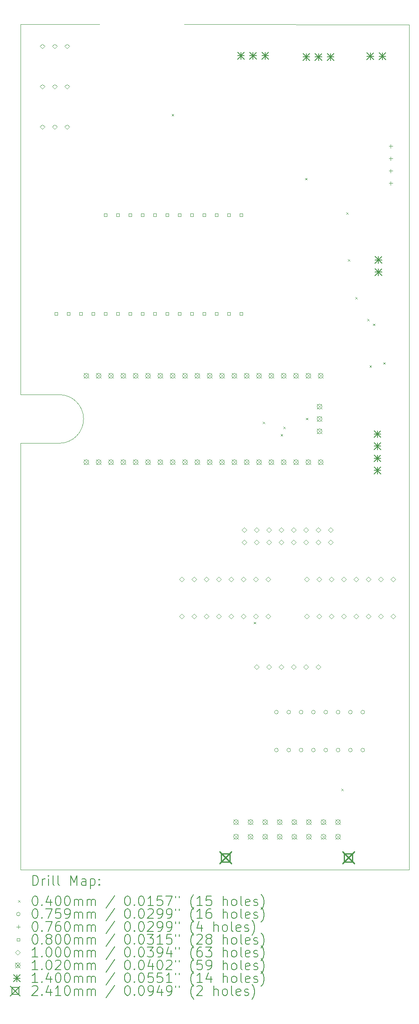
<source format=gbr>
%TF.GenerationSoftware,KiCad,Pcbnew,(6.0.7)*%
%TF.CreationDate,2023-09-07T13:48:51+01:00*%
%TF.ProjectId,CCC_rig_controller,4343435f-7269-4675-9f63-6f6e74726f6c,rev?*%
%TF.SameCoordinates,Original*%
%TF.FileFunction,Drillmap*%
%TF.FilePolarity,Positive*%
%FSLAX45Y45*%
G04 Gerber Fmt 4.5, Leading zero omitted, Abs format (unit mm)*
G04 Created by KiCad (PCBNEW (6.0.7)) date 2023-09-07 13:48:51*
%MOMM*%
%LPD*%
G01*
G04 APERTURE LIST*
%ADD10C,0.100000*%
%ADD11C,0.200000*%
%ADD12C,0.040000*%
%ADD13C,0.075900*%
%ADD14C,0.076000*%
%ADD15C,0.080000*%
%ADD16C,0.102000*%
%ADD17C,0.140000*%
%ADD18C,0.241000*%
G04 APERTURE END LIST*
D10*
X1200000Y-9619440D02*
X1200000Y-1999440D01*
X4571220Y-1999440D02*
X9200000Y-2003880D01*
X9200000Y-2003880D02*
X9200000Y-19399440D01*
X1200000Y-10619440D02*
X1200000Y-19399440D01*
X2828780Y-1999440D02*
X1200000Y-1999440D01*
X2000000Y-9619440D02*
X1200000Y-9619440D01*
X9200000Y-19399440D02*
X1200000Y-19399440D01*
X2000000Y-10619440D02*
G75*
G03*
X2000000Y-9619440I0J500000D01*
G01*
X2000000Y-10619440D02*
X1200000Y-10619440D01*
D11*
D12*
X4315000Y-3845690D02*
X4355000Y-3885690D01*
X4355000Y-3845690D02*
X4315000Y-3885690D01*
X6003710Y-14296680D02*
X6043710Y-14336680D01*
X6043710Y-14296680D02*
X6003710Y-14336680D01*
X6192550Y-10180000D02*
X6232550Y-10220000D01*
X6232550Y-10180000D02*
X6192550Y-10220000D01*
X6558420Y-10433900D02*
X6598420Y-10473900D01*
X6598420Y-10433900D02*
X6558420Y-10473900D01*
X6612600Y-10279680D02*
X6652600Y-10319680D01*
X6652600Y-10279680D02*
X6612600Y-10319680D01*
X7060000Y-5160000D02*
X7100000Y-5200000D01*
X7100000Y-5160000D02*
X7060000Y-5200000D01*
X7081270Y-10096370D02*
X7121270Y-10136370D01*
X7121270Y-10096370D02*
X7081270Y-10136370D01*
X7810000Y-17730000D02*
X7850000Y-17770000D01*
X7850000Y-17730000D02*
X7810000Y-17770000D01*
X7910000Y-5870000D02*
X7950000Y-5910000D01*
X7950000Y-5870000D02*
X7910000Y-5910000D01*
X7942090Y-6830890D02*
X7982090Y-6870890D01*
X7982090Y-6830890D02*
X7942090Y-6870890D01*
X8098850Y-7610640D02*
X8138850Y-7650640D01*
X8138850Y-7610640D02*
X8098850Y-7650640D01*
X8338890Y-8058410D02*
X8378890Y-8098410D01*
X8378890Y-8058410D02*
X8338890Y-8098410D01*
X8387070Y-9015100D02*
X8427070Y-9055100D01*
X8427070Y-9015100D02*
X8387070Y-9055100D01*
X8457470Y-8158080D02*
X8497470Y-8198080D01*
X8497470Y-8158080D02*
X8457470Y-8198080D01*
X8669220Y-8954160D02*
X8709220Y-8994160D01*
X8709220Y-8954160D02*
X8669220Y-8994160D01*
D13*
X6507930Y-16152420D02*
G75*
G03*
X6507930Y-16152420I-37950J0D01*
G01*
X6507930Y-16933420D02*
G75*
G03*
X6507930Y-16933420I-37950J0D01*
G01*
X6761930Y-16152420D02*
G75*
G03*
X6761930Y-16152420I-37950J0D01*
G01*
X6761930Y-16933420D02*
G75*
G03*
X6761930Y-16933420I-37950J0D01*
G01*
X7015930Y-16152420D02*
G75*
G03*
X7015930Y-16152420I-37950J0D01*
G01*
X7015930Y-16933420D02*
G75*
G03*
X7015930Y-16933420I-37950J0D01*
G01*
X7269930Y-16152420D02*
G75*
G03*
X7269930Y-16152420I-37950J0D01*
G01*
X7269930Y-16933420D02*
G75*
G03*
X7269930Y-16933420I-37950J0D01*
G01*
X7523930Y-16152420D02*
G75*
G03*
X7523930Y-16152420I-37950J0D01*
G01*
X7523930Y-16933420D02*
G75*
G03*
X7523930Y-16933420I-37950J0D01*
G01*
X7777930Y-16152420D02*
G75*
G03*
X7777930Y-16152420I-37950J0D01*
G01*
X7777930Y-16933420D02*
G75*
G03*
X7777930Y-16933420I-37950J0D01*
G01*
X8031930Y-16152420D02*
G75*
G03*
X8031930Y-16152420I-37950J0D01*
G01*
X8031930Y-16933420D02*
G75*
G03*
X8031930Y-16933420I-37950J0D01*
G01*
X8285930Y-16152420D02*
G75*
G03*
X8285930Y-16152420I-37950J0D01*
G01*
X8285930Y-16933420D02*
G75*
G03*
X8285930Y-16933420I-37950J0D01*
G01*
D14*
X8824200Y-4466980D02*
X8824200Y-4542980D01*
X8786200Y-4504980D02*
X8862200Y-4504980D01*
X8824200Y-4720980D02*
X8824200Y-4796980D01*
X8786200Y-4758980D02*
X8862200Y-4758980D01*
X8824200Y-4974980D02*
X8824200Y-5050980D01*
X8786200Y-5012980D02*
X8862200Y-5012980D01*
X8824200Y-5228980D02*
X8824200Y-5304980D01*
X8786200Y-5266980D02*
X8862200Y-5266980D01*
D15*
X1964284Y-7980284D02*
X1964284Y-7923715D01*
X1907715Y-7923715D01*
X1907715Y-7980284D01*
X1964284Y-7980284D01*
X2218285Y-7980284D02*
X2218285Y-7923715D01*
X2161716Y-7923715D01*
X2161716Y-7980284D01*
X2218285Y-7980284D01*
X2472285Y-7980284D02*
X2472285Y-7923715D01*
X2415716Y-7923715D01*
X2415716Y-7980284D01*
X2472285Y-7980284D01*
X2726285Y-7980284D02*
X2726285Y-7923715D01*
X2669716Y-7923715D01*
X2669716Y-7980284D01*
X2726285Y-7980284D01*
X2980284Y-5948284D02*
X2980284Y-5891715D01*
X2923715Y-5891715D01*
X2923715Y-5948284D01*
X2980284Y-5948284D01*
X2980284Y-7980284D02*
X2980284Y-7923715D01*
X2923715Y-7923715D01*
X2923715Y-7980284D01*
X2980284Y-7980284D01*
X3234284Y-5948284D02*
X3234284Y-5891715D01*
X3177715Y-5891715D01*
X3177715Y-5948284D01*
X3234284Y-5948284D01*
X3234284Y-7980284D02*
X3234284Y-7923715D01*
X3177715Y-7923715D01*
X3177715Y-7980284D01*
X3234284Y-7980284D01*
X3488284Y-5948284D02*
X3488284Y-5891715D01*
X3431715Y-5891715D01*
X3431715Y-5948284D01*
X3488284Y-5948284D01*
X3488284Y-7980284D02*
X3488284Y-7923715D01*
X3431715Y-7923715D01*
X3431715Y-7980284D01*
X3488284Y-7980284D01*
X3742284Y-5948284D02*
X3742284Y-5891715D01*
X3685715Y-5891715D01*
X3685715Y-5948284D01*
X3742284Y-5948284D01*
X3742284Y-7980284D02*
X3742284Y-7923715D01*
X3685715Y-7923715D01*
X3685715Y-7980284D01*
X3742284Y-7980284D01*
X3996284Y-5948284D02*
X3996284Y-5891715D01*
X3939715Y-5891715D01*
X3939715Y-5948284D01*
X3996284Y-5948284D01*
X3996284Y-7980284D02*
X3996284Y-7923715D01*
X3939715Y-7923715D01*
X3939715Y-7980284D01*
X3996284Y-7980284D01*
X4250285Y-5948284D02*
X4250285Y-5891715D01*
X4193715Y-5891715D01*
X4193715Y-5948284D01*
X4250285Y-5948284D01*
X4250285Y-7980284D02*
X4250285Y-7923715D01*
X4193715Y-7923715D01*
X4193715Y-7980284D01*
X4250285Y-7980284D01*
X4504285Y-5948284D02*
X4504285Y-5891715D01*
X4447716Y-5891715D01*
X4447716Y-5948284D01*
X4504285Y-5948284D01*
X4504285Y-7980284D02*
X4504285Y-7923715D01*
X4447716Y-7923715D01*
X4447716Y-7980284D01*
X4504285Y-7980284D01*
X4758285Y-5948284D02*
X4758285Y-5891715D01*
X4701716Y-5891715D01*
X4701716Y-5948284D01*
X4758285Y-5948284D01*
X4758285Y-7980284D02*
X4758285Y-7923715D01*
X4701716Y-7923715D01*
X4701716Y-7980284D01*
X4758285Y-7980284D01*
X5012285Y-5948284D02*
X5012285Y-5891715D01*
X4955716Y-5891715D01*
X4955716Y-5948284D01*
X5012285Y-5948284D01*
X5012285Y-7980284D02*
X5012285Y-7923715D01*
X4955716Y-7923715D01*
X4955716Y-7980284D01*
X5012285Y-7980284D01*
X5266285Y-5948284D02*
X5266285Y-5891715D01*
X5209716Y-5891715D01*
X5209716Y-5948284D01*
X5266285Y-5948284D01*
X5266285Y-7980284D02*
X5266285Y-7923715D01*
X5209716Y-7923715D01*
X5209716Y-7980284D01*
X5266285Y-7980284D01*
X5520285Y-5948284D02*
X5520285Y-5891715D01*
X5463716Y-5891715D01*
X5463716Y-5948284D01*
X5520285Y-5948284D01*
X5520285Y-7980284D02*
X5520285Y-7923715D01*
X5463716Y-7923715D01*
X5463716Y-7980284D01*
X5520285Y-7980284D01*
X5774284Y-5948284D02*
X5774284Y-5891715D01*
X5717715Y-5891715D01*
X5717715Y-5948284D01*
X5774284Y-5948284D01*
X5774284Y-7980284D02*
X5774284Y-7923715D01*
X5717715Y-7923715D01*
X5717715Y-7980284D01*
X5774284Y-7980284D01*
D10*
X1650000Y-2499440D02*
X1700000Y-2449440D01*
X1650000Y-2399440D01*
X1600000Y-2449440D01*
X1650000Y-2499440D01*
X1650000Y-3329440D02*
X1700000Y-3279440D01*
X1650000Y-3229440D01*
X1600000Y-3279440D01*
X1650000Y-3329440D01*
X1650000Y-4159440D02*
X1700000Y-4109440D01*
X1650000Y-4059440D01*
X1600000Y-4109440D01*
X1650000Y-4159440D01*
X1904000Y-2499440D02*
X1954000Y-2449440D01*
X1904000Y-2399440D01*
X1854000Y-2449440D01*
X1904000Y-2499440D01*
X1904000Y-3329440D02*
X1954000Y-3279440D01*
X1904000Y-3229440D01*
X1854000Y-3279440D01*
X1904000Y-3329440D01*
X1904000Y-4159440D02*
X1954000Y-4109440D01*
X1904000Y-4059440D01*
X1854000Y-4109440D01*
X1904000Y-4159440D01*
X2158000Y-2499440D02*
X2208000Y-2449440D01*
X2158000Y-2399440D01*
X2108000Y-2449440D01*
X2158000Y-2499440D01*
X2158000Y-3329440D02*
X2208000Y-3279440D01*
X2158000Y-3229440D01*
X2108000Y-3279440D01*
X2158000Y-3329440D01*
X2158000Y-4159440D02*
X2208000Y-4109440D01*
X2158000Y-4059440D01*
X2108000Y-4109440D01*
X2158000Y-4159440D01*
X4520590Y-13468720D02*
X4570590Y-13418720D01*
X4520590Y-13368720D01*
X4470590Y-13418720D01*
X4520590Y-13468720D01*
X4520590Y-14230720D02*
X4570590Y-14180720D01*
X4520590Y-14130720D01*
X4470590Y-14180720D01*
X4520590Y-14230720D01*
X4774590Y-13468720D02*
X4824590Y-13418720D01*
X4774590Y-13368720D01*
X4724590Y-13418720D01*
X4774590Y-13468720D01*
X4774590Y-14230720D02*
X4824590Y-14180720D01*
X4774590Y-14130720D01*
X4724590Y-14180720D01*
X4774590Y-14230720D01*
X5028590Y-13468720D02*
X5078590Y-13418720D01*
X5028590Y-13368720D01*
X4978590Y-13418720D01*
X5028590Y-13468720D01*
X5028590Y-14230720D02*
X5078590Y-14180720D01*
X5028590Y-14130720D01*
X4978590Y-14180720D01*
X5028590Y-14230720D01*
X5282590Y-13468720D02*
X5332590Y-13418720D01*
X5282590Y-13368720D01*
X5232590Y-13418720D01*
X5282590Y-13468720D01*
X5282590Y-14230720D02*
X5332590Y-14180720D01*
X5282590Y-14130720D01*
X5232590Y-14180720D01*
X5282590Y-14230720D01*
X5536590Y-13468720D02*
X5586590Y-13418720D01*
X5536590Y-13368720D01*
X5486590Y-13418720D01*
X5536590Y-13468720D01*
X5536590Y-14230720D02*
X5586590Y-14180720D01*
X5536590Y-14130720D01*
X5486590Y-14180720D01*
X5536590Y-14230720D01*
X5790590Y-13468720D02*
X5840590Y-13418720D01*
X5790590Y-13368720D01*
X5740590Y-13418720D01*
X5790590Y-13468720D01*
X5790590Y-14230720D02*
X5840590Y-14180720D01*
X5790590Y-14130720D01*
X5740590Y-14180720D01*
X5790590Y-14230720D01*
X5811090Y-12453220D02*
X5861090Y-12403220D01*
X5811090Y-12353220D01*
X5761090Y-12403220D01*
X5811090Y-12453220D01*
X5811090Y-12707220D02*
X5861090Y-12657220D01*
X5811090Y-12607220D01*
X5761090Y-12657220D01*
X5811090Y-12707220D01*
X6044590Y-13468720D02*
X6094590Y-13418720D01*
X6044590Y-13368720D01*
X5994590Y-13418720D01*
X6044590Y-13468720D01*
X6044590Y-14230720D02*
X6094590Y-14180720D01*
X6044590Y-14130720D01*
X5994590Y-14180720D01*
X6044590Y-14230720D01*
X6061090Y-15272120D02*
X6111090Y-15222120D01*
X6061090Y-15172120D01*
X6011090Y-15222120D01*
X6061090Y-15272120D01*
X6065090Y-12453220D02*
X6115090Y-12403220D01*
X6065090Y-12353220D01*
X6015090Y-12403220D01*
X6065090Y-12453220D01*
X6065090Y-12707220D02*
X6115090Y-12657220D01*
X6065090Y-12607220D01*
X6015090Y-12657220D01*
X6065090Y-12707220D01*
X6298590Y-13468720D02*
X6348590Y-13418720D01*
X6298590Y-13368720D01*
X6248590Y-13418720D01*
X6298590Y-13468720D01*
X6298590Y-14230720D02*
X6348590Y-14180720D01*
X6298590Y-14130720D01*
X6248590Y-14180720D01*
X6298590Y-14230720D01*
X6315090Y-15272120D02*
X6365090Y-15222120D01*
X6315090Y-15172120D01*
X6265090Y-15222120D01*
X6315090Y-15272120D01*
X6319090Y-12453220D02*
X6369090Y-12403220D01*
X6319090Y-12353220D01*
X6269090Y-12403220D01*
X6319090Y-12453220D01*
X6319090Y-12707220D02*
X6369090Y-12657220D01*
X6319090Y-12607220D01*
X6269090Y-12657220D01*
X6319090Y-12707220D01*
X6569090Y-15272120D02*
X6619090Y-15222120D01*
X6569090Y-15172120D01*
X6519090Y-15222120D01*
X6569090Y-15272120D01*
X6573090Y-12453220D02*
X6623090Y-12403220D01*
X6573090Y-12353220D01*
X6523090Y-12403220D01*
X6573090Y-12453220D01*
X6573090Y-12707220D02*
X6623090Y-12657220D01*
X6573090Y-12607220D01*
X6523090Y-12657220D01*
X6573090Y-12707220D01*
X6823090Y-15272120D02*
X6873090Y-15222120D01*
X6823090Y-15172120D01*
X6773090Y-15222120D01*
X6823090Y-15272120D01*
X6827090Y-12453220D02*
X6877090Y-12403220D01*
X6827090Y-12353220D01*
X6777090Y-12403220D01*
X6827090Y-12453220D01*
X6827090Y-12707220D02*
X6877090Y-12657220D01*
X6827090Y-12607220D01*
X6777090Y-12657220D01*
X6827090Y-12707220D01*
X7077090Y-15272120D02*
X7127090Y-15222120D01*
X7077090Y-15172120D01*
X7027090Y-15222120D01*
X7077090Y-15272120D01*
X7081090Y-12453220D02*
X7131090Y-12403220D01*
X7081090Y-12353220D01*
X7031090Y-12403220D01*
X7081090Y-12453220D01*
X7081090Y-12707220D02*
X7131090Y-12657220D01*
X7081090Y-12607220D01*
X7031090Y-12657220D01*
X7081090Y-12707220D01*
X7098590Y-13468720D02*
X7148590Y-13418720D01*
X7098590Y-13368720D01*
X7048590Y-13418720D01*
X7098590Y-13468720D01*
X7098590Y-14230720D02*
X7148590Y-14180720D01*
X7098590Y-14130720D01*
X7048590Y-14180720D01*
X7098590Y-14230720D01*
X7331090Y-15272120D02*
X7381090Y-15222120D01*
X7331090Y-15172120D01*
X7281090Y-15222120D01*
X7331090Y-15272120D01*
X7335090Y-12453220D02*
X7385090Y-12403220D01*
X7335090Y-12353220D01*
X7285090Y-12403220D01*
X7335090Y-12453220D01*
X7335090Y-12707220D02*
X7385090Y-12657220D01*
X7335090Y-12607220D01*
X7285090Y-12657220D01*
X7335090Y-12707220D01*
X7352590Y-13468720D02*
X7402590Y-13418720D01*
X7352590Y-13368720D01*
X7302590Y-13418720D01*
X7352590Y-13468720D01*
X7352590Y-14230720D02*
X7402590Y-14180720D01*
X7352590Y-14130720D01*
X7302590Y-14180720D01*
X7352590Y-14230720D01*
X7589090Y-12453220D02*
X7639090Y-12403220D01*
X7589090Y-12353220D01*
X7539090Y-12403220D01*
X7589090Y-12453220D01*
X7589090Y-12707220D02*
X7639090Y-12657220D01*
X7589090Y-12607220D01*
X7539090Y-12657220D01*
X7589090Y-12707220D01*
X7606590Y-13468720D02*
X7656590Y-13418720D01*
X7606590Y-13368720D01*
X7556590Y-13418720D01*
X7606590Y-13468720D01*
X7606590Y-14230720D02*
X7656590Y-14180720D01*
X7606590Y-14130720D01*
X7556590Y-14180720D01*
X7606590Y-14230720D01*
X7860590Y-13468720D02*
X7910590Y-13418720D01*
X7860590Y-13368720D01*
X7810590Y-13418720D01*
X7860590Y-13468720D01*
X7860590Y-14230720D02*
X7910590Y-14180720D01*
X7860590Y-14130720D01*
X7810590Y-14180720D01*
X7860590Y-14230720D01*
X8114590Y-13468720D02*
X8164590Y-13418720D01*
X8114590Y-13368720D01*
X8064590Y-13418720D01*
X8114590Y-13468720D01*
X8114590Y-14230720D02*
X8164590Y-14180720D01*
X8114590Y-14130720D01*
X8064590Y-14180720D01*
X8114590Y-14230720D01*
X8368590Y-13468720D02*
X8418590Y-13418720D01*
X8368590Y-13368720D01*
X8318590Y-13418720D01*
X8368590Y-13468720D01*
X8368590Y-14230720D02*
X8418590Y-14180720D01*
X8368590Y-14130720D01*
X8318590Y-14180720D01*
X8368590Y-14230720D01*
X8622590Y-13468720D02*
X8672590Y-13418720D01*
X8622590Y-13368720D01*
X8572590Y-13418720D01*
X8622590Y-13468720D01*
X8622590Y-14230720D02*
X8672590Y-14180720D01*
X8622590Y-14130720D01*
X8572590Y-14180720D01*
X8622590Y-14230720D01*
X8876590Y-13468720D02*
X8926590Y-13418720D01*
X8876590Y-13368720D01*
X8826590Y-13418720D01*
X8876590Y-13468720D01*
X8876590Y-14230720D02*
X8926590Y-14180720D01*
X8876590Y-14130720D01*
X8826590Y-14180720D01*
X8876590Y-14230720D01*
D16*
X2506000Y-9179440D02*
X2608000Y-9281440D01*
X2608000Y-9179440D02*
X2506000Y-9281440D01*
X2608000Y-9230440D02*
G75*
G03*
X2608000Y-9230440I-51000J0D01*
G01*
X2506000Y-10957440D02*
X2608000Y-11059440D01*
X2608000Y-10957440D02*
X2506000Y-11059440D01*
X2608000Y-11008440D02*
G75*
G03*
X2608000Y-11008440I-51000J0D01*
G01*
X2760000Y-9179440D02*
X2862000Y-9281440D01*
X2862000Y-9179440D02*
X2760000Y-9281440D01*
X2862000Y-9230440D02*
G75*
G03*
X2862000Y-9230440I-51000J0D01*
G01*
X2760000Y-10957440D02*
X2862000Y-11059440D01*
X2862000Y-10957440D02*
X2760000Y-11059440D01*
X2862000Y-11008440D02*
G75*
G03*
X2862000Y-11008440I-51000J0D01*
G01*
X3014000Y-9179440D02*
X3116000Y-9281440D01*
X3116000Y-9179440D02*
X3014000Y-9281440D01*
X3116000Y-9230440D02*
G75*
G03*
X3116000Y-9230440I-51000J0D01*
G01*
X3014000Y-10957440D02*
X3116000Y-11059440D01*
X3116000Y-10957440D02*
X3014000Y-11059440D01*
X3116000Y-11008440D02*
G75*
G03*
X3116000Y-11008440I-51000J0D01*
G01*
X3268000Y-9179440D02*
X3370000Y-9281440D01*
X3370000Y-9179440D02*
X3268000Y-9281440D01*
X3370000Y-9230440D02*
G75*
G03*
X3370000Y-9230440I-51000J0D01*
G01*
X3268000Y-10957440D02*
X3370000Y-11059440D01*
X3370000Y-10957440D02*
X3268000Y-11059440D01*
X3370000Y-11008440D02*
G75*
G03*
X3370000Y-11008440I-51000J0D01*
G01*
X3522000Y-9179440D02*
X3624000Y-9281440D01*
X3624000Y-9179440D02*
X3522000Y-9281440D01*
X3624000Y-9230440D02*
G75*
G03*
X3624000Y-9230440I-51000J0D01*
G01*
X3522000Y-10957440D02*
X3624000Y-11059440D01*
X3624000Y-10957440D02*
X3522000Y-11059440D01*
X3624000Y-11008440D02*
G75*
G03*
X3624000Y-11008440I-51000J0D01*
G01*
X3776000Y-9179440D02*
X3878000Y-9281440D01*
X3878000Y-9179440D02*
X3776000Y-9281440D01*
X3878000Y-9230440D02*
G75*
G03*
X3878000Y-9230440I-51000J0D01*
G01*
X3776000Y-10957440D02*
X3878000Y-11059440D01*
X3878000Y-10957440D02*
X3776000Y-11059440D01*
X3878000Y-11008440D02*
G75*
G03*
X3878000Y-11008440I-51000J0D01*
G01*
X4030000Y-9179440D02*
X4132000Y-9281440D01*
X4132000Y-9179440D02*
X4030000Y-9281440D01*
X4132000Y-9230440D02*
G75*
G03*
X4132000Y-9230440I-51000J0D01*
G01*
X4030000Y-10957440D02*
X4132000Y-11059440D01*
X4132000Y-10957440D02*
X4030000Y-11059440D01*
X4132000Y-11008440D02*
G75*
G03*
X4132000Y-11008440I-51000J0D01*
G01*
X4284000Y-9179440D02*
X4386000Y-9281440D01*
X4386000Y-9179440D02*
X4284000Y-9281440D01*
X4386000Y-9230440D02*
G75*
G03*
X4386000Y-9230440I-51000J0D01*
G01*
X4284000Y-10957440D02*
X4386000Y-11059440D01*
X4386000Y-10957440D02*
X4284000Y-11059440D01*
X4386000Y-11008440D02*
G75*
G03*
X4386000Y-11008440I-51000J0D01*
G01*
X4538000Y-9179440D02*
X4640000Y-9281440D01*
X4640000Y-9179440D02*
X4538000Y-9281440D01*
X4640000Y-9230440D02*
G75*
G03*
X4640000Y-9230440I-51000J0D01*
G01*
X4538000Y-10957440D02*
X4640000Y-11059440D01*
X4640000Y-10957440D02*
X4538000Y-11059440D01*
X4640000Y-11008440D02*
G75*
G03*
X4640000Y-11008440I-51000J0D01*
G01*
X4792000Y-9179440D02*
X4894000Y-9281440D01*
X4894000Y-9179440D02*
X4792000Y-9281440D01*
X4894000Y-9230440D02*
G75*
G03*
X4894000Y-9230440I-51000J0D01*
G01*
X4792000Y-10957440D02*
X4894000Y-11059440D01*
X4894000Y-10957440D02*
X4792000Y-11059440D01*
X4894000Y-11008440D02*
G75*
G03*
X4894000Y-11008440I-51000J0D01*
G01*
X5046000Y-9179440D02*
X5148000Y-9281440D01*
X5148000Y-9179440D02*
X5046000Y-9281440D01*
X5148000Y-9230440D02*
G75*
G03*
X5148000Y-9230440I-51000J0D01*
G01*
X5046000Y-10957440D02*
X5148000Y-11059440D01*
X5148000Y-10957440D02*
X5046000Y-11059440D01*
X5148000Y-11008440D02*
G75*
G03*
X5148000Y-11008440I-51000J0D01*
G01*
X5300000Y-9179440D02*
X5402000Y-9281440D01*
X5402000Y-9179440D02*
X5300000Y-9281440D01*
X5402000Y-9230440D02*
G75*
G03*
X5402000Y-9230440I-51000J0D01*
G01*
X5300000Y-10957440D02*
X5402000Y-11059440D01*
X5402000Y-10957440D02*
X5300000Y-11059440D01*
X5402000Y-11008440D02*
G75*
G03*
X5402000Y-11008440I-51000J0D01*
G01*
X5554000Y-9179440D02*
X5656000Y-9281440D01*
X5656000Y-9179440D02*
X5554000Y-9281440D01*
X5656000Y-9230440D02*
G75*
G03*
X5656000Y-9230440I-51000J0D01*
G01*
X5554000Y-10957440D02*
X5656000Y-11059440D01*
X5656000Y-10957440D02*
X5554000Y-11059440D01*
X5656000Y-11008440D02*
G75*
G03*
X5656000Y-11008440I-51000J0D01*
G01*
X5587910Y-18364780D02*
X5689910Y-18466780D01*
X5689910Y-18364780D02*
X5587910Y-18466780D01*
X5689910Y-18415780D02*
G75*
G03*
X5689910Y-18415780I-51000J0D01*
G01*
X5587910Y-18664780D02*
X5689910Y-18766780D01*
X5689910Y-18664780D02*
X5587910Y-18766780D01*
X5689910Y-18715780D02*
G75*
G03*
X5689910Y-18715780I-51000J0D01*
G01*
X5808000Y-9179440D02*
X5910000Y-9281440D01*
X5910000Y-9179440D02*
X5808000Y-9281440D01*
X5910000Y-9230440D02*
G75*
G03*
X5910000Y-9230440I-51000J0D01*
G01*
X5808000Y-10957440D02*
X5910000Y-11059440D01*
X5910000Y-10957440D02*
X5808000Y-11059440D01*
X5910000Y-11008440D02*
G75*
G03*
X5910000Y-11008440I-51000J0D01*
G01*
X5887910Y-18364780D02*
X5989910Y-18466780D01*
X5989910Y-18364780D02*
X5887910Y-18466780D01*
X5989910Y-18415780D02*
G75*
G03*
X5989910Y-18415780I-51000J0D01*
G01*
X5887910Y-18664780D02*
X5989910Y-18766780D01*
X5989910Y-18664780D02*
X5887910Y-18766780D01*
X5989910Y-18715780D02*
G75*
G03*
X5989910Y-18715780I-51000J0D01*
G01*
X6062000Y-9179440D02*
X6164000Y-9281440D01*
X6164000Y-9179440D02*
X6062000Y-9281440D01*
X6164000Y-9230440D02*
G75*
G03*
X6164000Y-9230440I-51000J0D01*
G01*
X6062000Y-10957440D02*
X6164000Y-11059440D01*
X6164000Y-10957440D02*
X6062000Y-11059440D01*
X6164000Y-11008440D02*
G75*
G03*
X6164000Y-11008440I-51000J0D01*
G01*
X6187910Y-18364780D02*
X6289910Y-18466780D01*
X6289910Y-18364780D02*
X6187910Y-18466780D01*
X6289910Y-18415780D02*
G75*
G03*
X6289910Y-18415780I-51000J0D01*
G01*
X6187910Y-18664780D02*
X6289910Y-18766780D01*
X6289910Y-18664780D02*
X6187910Y-18766780D01*
X6289910Y-18715780D02*
G75*
G03*
X6289910Y-18715780I-51000J0D01*
G01*
X6316000Y-9179440D02*
X6418000Y-9281440D01*
X6418000Y-9179440D02*
X6316000Y-9281440D01*
X6418000Y-9230440D02*
G75*
G03*
X6418000Y-9230440I-51000J0D01*
G01*
X6316000Y-10957440D02*
X6418000Y-11059440D01*
X6418000Y-10957440D02*
X6316000Y-11059440D01*
X6418000Y-11008440D02*
G75*
G03*
X6418000Y-11008440I-51000J0D01*
G01*
X6487910Y-18364780D02*
X6589910Y-18466780D01*
X6589910Y-18364780D02*
X6487910Y-18466780D01*
X6589910Y-18415780D02*
G75*
G03*
X6589910Y-18415780I-51000J0D01*
G01*
X6487910Y-18664780D02*
X6589910Y-18766780D01*
X6589910Y-18664780D02*
X6487910Y-18766780D01*
X6589910Y-18715780D02*
G75*
G03*
X6589910Y-18715780I-51000J0D01*
G01*
X6570000Y-9179440D02*
X6672000Y-9281440D01*
X6672000Y-9179440D02*
X6570000Y-9281440D01*
X6672000Y-9230440D02*
G75*
G03*
X6672000Y-9230440I-51000J0D01*
G01*
X6570000Y-10957440D02*
X6672000Y-11059440D01*
X6672000Y-10957440D02*
X6570000Y-11059440D01*
X6672000Y-11008440D02*
G75*
G03*
X6672000Y-11008440I-51000J0D01*
G01*
X6787910Y-18364780D02*
X6889910Y-18466780D01*
X6889910Y-18364780D02*
X6787910Y-18466780D01*
X6889910Y-18415780D02*
G75*
G03*
X6889910Y-18415780I-51000J0D01*
G01*
X6787910Y-18664780D02*
X6889910Y-18766780D01*
X6889910Y-18664780D02*
X6787910Y-18766780D01*
X6889910Y-18715780D02*
G75*
G03*
X6889910Y-18715780I-51000J0D01*
G01*
X6824000Y-9179440D02*
X6926000Y-9281440D01*
X6926000Y-9179440D02*
X6824000Y-9281440D01*
X6926000Y-9230440D02*
G75*
G03*
X6926000Y-9230440I-51000J0D01*
G01*
X6824000Y-10957440D02*
X6926000Y-11059440D01*
X6926000Y-10957440D02*
X6824000Y-11059440D01*
X6926000Y-11008440D02*
G75*
G03*
X6926000Y-11008440I-51000J0D01*
G01*
X7078000Y-9179440D02*
X7180000Y-9281440D01*
X7180000Y-9179440D02*
X7078000Y-9281440D01*
X7180000Y-9230440D02*
G75*
G03*
X7180000Y-9230440I-51000J0D01*
G01*
X7078000Y-10957440D02*
X7180000Y-11059440D01*
X7180000Y-10957440D02*
X7078000Y-11059440D01*
X7180000Y-11008440D02*
G75*
G03*
X7180000Y-11008440I-51000J0D01*
G01*
X7087910Y-18364780D02*
X7189910Y-18466780D01*
X7189910Y-18364780D02*
X7087910Y-18466780D01*
X7189910Y-18415780D02*
G75*
G03*
X7189910Y-18415780I-51000J0D01*
G01*
X7087910Y-18664780D02*
X7189910Y-18766780D01*
X7189910Y-18664780D02*
X7087910Y-18766780D01*
X7189910Y-18715780D02*
G75*
G03*
X7189910Y-18715780I-51000J0D01*
G01*
X7309000Y-9814440D02*
X7411000Y-9916440D01*
X7411000Y-9814440D02*
X7309000Y-9916440D01*
X7411000Y-9865440D02*
G75*
G03*
X7411000Y-9865440I-51000J0D01*
G01*
X7309000Y-10068440D02*
X7411000Y-10170440D01*
X7411000Y-10068440D02*
X7309000Y-10170440D01*
X7411000Y-10119440D02*
G75*
G03*
X7411000Y-10119440I-51000J0D01*
G01*
X7309000Y-10322440D02*
X7411000Y-10424440D01*
X7411000Y-10322440D02*
X7309000Y-10424440D01*
X7411000Y-10373440D02*
G75*
G03*
X7411000Y-10373440I-51000J0D01*
G01*
X7332000Y-9179440D02*
X7434000Y-9281440D01*
X7434000Y-9179440D02*
X7332000Y-9281440D01*
X7434000Y-9230440D02*
G75*
G03*
X7434000Y-9230440I-51000J0D01*
G01*
X7332000Y-10957440D02*
X7434000Y-11059440D01*
X7434000Y-10957440D02*
X7332000Y-11059440D01*
X7434000Y-11008440D02*
G75*
G03*
X7434000Y-11008440I-51000J0D01*
G01*
X7387910Y-18364780D02*
X7489910Y-18466780D01*
X7489910Y-18364780D02*
X7387910Y-18466780D01*
X7489910Y-18415780D02*
G75*
G03*
X7489910Y-18415780I-51000J0D01*
G01*
X7387910Y-18664780D02*
X7489910Y-18766780D01*
X7489910Y-18664780D02*
X7387910Y-18766780D01*
X7489910Y-18715780D02*
G75*
G03*
X7489910Y-18715780I-51000J0D01*
G01*
X7687910Y-18364780D02*
X7789910Y-18466780D01*
X7789910Y-18364780D02*
X7687910Y-18466780D01*
X7789910Y-18415780D02*
G75*
G03*
X7789910Y-18415780I-51000J0D01*
G01*
X7687910Y-18664780D02*
X7789910Y-18766780D01*
X7789910Y-18664780D02*
X7687910Y-18766780D01*
X7789910Y-18715780D02*
G75*
G03*
X7789910Y-18715780I-51000J0D01*
G01*
D17*
X5670300Y-2573880D02*
X5810300Y-2713880D01*
X5810300Y-2573880D02*
X5670300Y-2713880D01*
X5740300Y-2573880D02*
X5740300Y-2713880D01*
X5670300Y-2643880D02*
X5810300Y-2643880D01*
X5920300Y-2573880D02*
X6060300Y-2713880D01*
X6060300Y-2573880D02*
X5920300Y-2713880D01*
X5990300Y-2573880D02*
X5990300Y-2713880D01*
X5920300Y-2643880D02*
X6060300Y-2643880D01*
X6170300Y-2573880D02*
X6310300Y-2713880D01*
X6310300Y-2573880D02*
X6170300Y-2713880D01*
X6240300Y-2573880D02*
X6240300Y-2713880D01*
X6170300Y-2643880D02*
X6310300Y-2643880D01*
X7018400Y-2598880D02*
X7158400Y-2738880D01*
X7158400Y-2598880D02*
X7018400Y-2738880D01*
X7088400Y-2598880D02*
X7088400Y-2738880D01*
X7018400Y-2668880D02*
X7158400Y-2668880D01*
X7268400Y-2598880D02*
X7408400Y-2738880D01*
X7408400Y-2598880D02*
X7268400Y-2738880D01*
X7338400Y-2598880D02*
X7338400Y-2738880D01*
X7268400Y-2668880D02*
X7408400Y-2668880D01*
X7518400Y-2598880D02*
X7658400Y-2738880D01*
X7658400Y-2598880D02*
X7518400Y-2738880D01*
X7588400Y-2598880D02*
X7588400Y-2738880D01*
X7518400Y-2668880D02*
X7658400Y-2668880D01*
X8335200Y-2583880D02*
X8475200Y-2723880D01*
X8475200Y-2583880D02*
X8335200Y-2723880D01*
X8405200Y-2583880D02*
X8405200Y-2723880D01*
X8335200Y-2653880D02*
X8475200Y-2653880D01*
X8480000Y-10358880D02*
X8620000Y-10498880D01*
X8620000Y-10358880D02*
X8480000Y-10498880D01*
X8550000Y-10358880D02*
X8550000Y-10498880D01*
X8480000Y-10428880D02*
X8620000Y-10428880D01*
X8480000Y-10608880D02*
X8620000Y-10748880D01*
X8620000Y-10608880D02*
X8480000Y-10748880D01*
X8550000Y-10608880D02*
X8550000Y-10748880D01*
X8480000Y-10678880D02*
X8620000Y-10678880D01*
X8480000Y-10858880D02*
X8620000Y-10998880D01*
X8620000Y-10858880D02*
X8480000Y-10998880D01*
X8550000Y-10858880D02*
X8550000Y-10998880D01*
X8480000Y-10928880D02*
X8620000Y-10928880D01*
X8480000Y-11108880D02*
X8620000Y-11248880D01*
X8620000Y-11108880D02*
X8480000Y-11248880D01*
X8550000Y-11108880D02*
X8550000Y-11248880D01*
X8480000Y-11178880D02*
X8620000Y-11178880D01*
X8502500Y-6776380D02*
X8642500Y-6916380D01*
X8642500Y-6776380D02*
X8502500Y-6916380D01*
X8572500Y-6776380D02*
X8572500Y-6916380D01*
X8502500Y-6846380D02*
X8642500Y-6846380D01*
X8502500Y-7026380D02*
X8642500Y-7166380D01*
X8642500Y-7026380D02*
X8502500Y-7166380D01*
X8572500Y-7026380D02*
X8572500Y-7166380D01*
X8502500Y-7096380D02*
X8642500Y-7096380D01*
X8585200Y-2583880D02*
X8725200Y-2723880D01*
X8725200Y-2583880D02*
X8585200Y-2723880D01*
X8655200Y-2583880D02*
X8655200Y-2723880D01*
X8585200Y-2653880D02*
X8725200Y-2653880D01*
D18*
X5303410Y-19027280D02*
X5544410Y-19268280D01*
X5544410Y-19027280D02*
X5303410Y-19268280D01*
X5509117Y-19232987D02*
X5509117Y-19062573D01*
X5338703Y-19062573D01*
X5338703Y-19232987D01*
X5509117Y-19232987D01*
X7833410Y-19027280D02*
X8074410Y-19268280D01*
X8074410Y-19027280D02*
X7833410Y-19268280D01*
X8039117Y-19232987D02*
X8039117Y-19062573D01*
X7868703Y-19062573D01*
X7868703Y-19232987D01*
X8039117Y-19232987D01*
D11*
X1452619Y-19714916D02*
X1452619Y-19514916D01*
X1500238Y-19514916D01*
X1528809Y-19524440D01*
X1547857Y-19543488D01*
X1557381Y-19562535D01*
X1566905Y-19600630D01*
X1566905Y-19629202D01*
X1557381Y-19667297D01*
X1547857Y-19686345D01*
X1528809Y-19705392D01*
X1500238Y-19714916D01*
X1452619Y-19714916D01*
X1652619Y-19714916D02*
X1652619Y-19581583D01*
X1652619Y-19619678D02*
X1662143Y-19600630D01*
X1671667Y-19591107D01*
X1690714Y-19581583D01*
X1709762Y-19581583D01*
X1776428Y-19714916D02*
X1776428Y-19581583D01*
X1776428Y-19514916D02*
X1766905Y-19524440D01*
X1776428Y-19533964D01*
X1785952Y-19524440D01*
X1776428Y-19514916D01*
X1776428Y-19533964D01*
X1900238Y-19714916D02*
X1881190Y-19705392D01*
X1871667Y-19686345D01*
X1871667Y-19514916D01*
X2005000Y-19714916D02*
X1985952Y-19705392D01*
X1976428Y-19686345D01*
X1976428Y-19514916D01*
X2233571Y-19714916D02*
X2233571Y-19514916D01*
X2300238Y-19657773D01*
X2366905Y-19514916D01*
X2366905Y-19714916D01*
X2547857Y-19714916D02*
X2547857Y-19610154D01*
X2538333Y-19591107D01*
X2519286Y-19581583D01*
X2481190Y-19581583D01*
X2462143Y-19591107D01*
X2547857Y-19705392D02*
X2528810Y-19714916D01*
X2481190Y-19714916D01*
X2462143Y-19705392D01*
X2452619Y-19686345D01*
X2452619Y-19667297D01*
X2462143Y-19648250D01*
X2481190Y-19638726D01*
X2528810Y-19638726D01*
X2547857Y-19629202D01*
X2643095Y-19581583D02*
X2643095Y-19781583D01*
X2643095Y-19591107D02*
X2662143Y-19581583D01*
X2700238Y-19581583D01*
X2719286Y-19591107D01*
X2728810Y-19600630D01*
X2738333Y-19619678D01*
X2738333Y-19676821D01*
X2728810Y-19695869D01*
X2719286Y-19705392D01*
X2700238Y-19714916D01*
X2662143Y-19714916D01*
X2643095Y-19705392D01*
X2824048Y-19695869D02*
X2833571Y-19705392D01*
X2824048Y-19714916D01*
X2814524Y-19705392D01*
X2824048Y-19695869D01*
X2824048Y-19714916D01*
X2824048Y-19591107D02*
X2833571Y-19600630D01*
X2824048Y-19610154D01*
X2814524Y-19600630D01*
X2824048Y-19591107D01*
X2824048Y-19610154D01*
D12*
X1155000Y-20024440D02*
X1195000Y-20064440D01*
X1195000Y-20024440D02*
X1155000Y-20064440D01*
D11*
X1490714Y-19934916D02*
X1509762Y-19934916D01*
X1528809Y-19944440D01*
X1538333Y-19953964D01*
X1547857Y-19973011D01*
X1557381Y-20011107D01*
X1557381Y-20058726D01*
X1547857Y-20096821D01*
X1538333Y-20115869D01*
X1528809Y-20125392D01*
X1509762Y-20134916D01*
X1490714Y-20134916D01*
X1471667Y-20125392D01*
X1462143Y-20115869D01*
X1452619Y-20096821D01*
X1443095Y-20058726D01*
X1443095Y-20011107D01*
X1452619Y-19973011D01*
X1462143Y-19953964D01*
X1471667Y-19944440D01*
X1490714Y-19934916D01*
X1643095Y-20115869D02*
X1652619Y-20125392D01*
X1643095Y-20134916D01*
X1633571Y-20125392D01*
X1643095Y-20115869D01*
X1643095Y-20134916D01*
X1824048Y-20001583D02*
X1824048Y-20134916D01*
X1776428Y-19925392D02*
X1728809Y-20068250D01*
X1852619Y-20068250D01*
X1966905Y-19934916D02*
X1985952Y-19934916D01*
X2005000Y-19944440D01*
X2014524Y-19953964D01*
X2024048Y-19973011D01*
X2033571Y-20011107D01*
X2033571Y-20058726D01*
X2024048Y-20096821D01*
X2014524Y-20115869D01*
X2005000Y-20125392D01*
X1985952Y-20134916D01*
X1966905Y-20134916D01*
X1947857Y-20125392D01*
X1938333Y-20115869D01*
X1928809Y-20096821D01*
X1919286Y-20058726D01*
X1919286Y-20011107D01*
X1928809Y-19973011D01*
X1938333Y-19953964D01*
X1947857Y-19944440D01*
X1966905Y-19934916D01*
X2157381Y-19934916D02*
X2176429Y-19934916D01*
X2195476Y-19944440D01*
X2205000Y-19953964D01*
X2214524Y-19973011D01*
X2224048Y-20011107D01*
X2224048Y-20058726D01*
X2214524Y-20096821D01*
X2205000Y-20115869D01*
X2195476Y-20125392D01*
X2176429Y-20134916D01*
X2157381Y-20134916D01*
X2138333Y-20125392D01*
X2128810Y-20115869D01*
X2119286Y-20096821D01*
X2109762Y-20058726D01*
X2109762Y-20011107D01*
X2119286Y-19973011D01*
X2128810Y-19953964D01*
X2138333Y-19944440D01*
X2157381Y-19934916D01*
X2309762Y-20134916D02*
X2309762Y-20001583D01*
X2309762Y-20020630D02*
X2319286Y-20011107D01*
X2338333Y-20001583D01*
X2366905Y-20001583D01*
X2385952Y-20011107D01*
X2395476Y-20030154D01*
X2395476Y-20134916D01*
X2395476Y-20030154D02*
X2405000Y-20011107D01*
X2424048Y-20001583D01*
X2452619Y-20001583D01*
X2471667Y-20011107D01*
X2481190Y-20030154D01*
X2481190Y-20134916D01*
X2576429Y-20134916D02*
X2576429Y-20001583D01*
X2576429Y-20020630D02*
X2585952Y-20011107D01*
X2605000Y-20001583D01*
X2633571Y-20001583D01*
X2652619Y-20011107D01*
X2662143Y-20030154D01*
X2662143Y-20134916D01*
X2662143Y-20030154D02*
X2671667Y-20011107D01*
X2690714Y-20001583D01*
X2719286Y-20001583D01*
X2738333Y-20011107D01*
X2747857Y-20030154D01*
X2747857Y-20134916D01*
X3138333Y-19925392D02*
X2966905Y-20182535D01*
X3395476Y-19934916D02*
X3414524Y-19934916D01*
X3433571Y-19944440D01*
X3443095Y-19953964D01*
X3452619Y-19973011D01*
X3462143Y-20011107D01*
X3462143Y-20058726D01*
X3452619Y-20096821D01*
X3443095Y-20115869D01*
X3433571Y-20125392D01*
X3414524Y-20134916D01*
X3395476Y-20134916D01*
X3376428Y-20125392D01*
X3366905Y-20115869D01*
X3357381Y-20096821D01*
X3347857Y-20058726D01*
X3347857Y-20011107D01*
X3357381Y-19973011D01*
X3366905Y-19953964D01*
X3376428Y-19944440D01*
X3395476Y-19934916D01*
X3547857Y-20115869D02*
X3557381Y-20125392D01*
X3547857Y-20134916D01*
X3538333Y-20125392D01*
X3547857Y-20115869D01*
X3547857Y-20134916D01*
X3681190Y-19934916D02*
X3700238Y-19934916D01*
X3719286Y-19944440D01*
X3728809Y-19953964D01*
X3738333Y-19973011D01*
X3747857Y-20011107D01*
X3747857Y-20058726D01*
X3738333Y-20096821D01*
X3728809Y-20115869D01*
X3719286Y-20125392D01*
X3700238Y-20134916D01*
X3681190Y-20134916D01*
X3662143Y-20125392D01*
X3652619Y-20115869D01*
X3643095Y-20096821D01*
X3633571Y-20058726D01*
X3633571Y-20011107D01*
X3643095Y-19973011D01*
X3652619Y-19953964D01*
X3662143Y-19944440D01*
X3681190Y-19934916D01*
X3938333Y-20134916D02*
X3824048Y-20134916D01*
X3881190Y-20134916D02*
X3881190Y-19934916D01*
X3862143Y-19963488D01*
X3843095Y-19982535D01*
X3824048Y-19992059D01*
X4119286Y-19934916D02*
X4024048Y-19934916D01*
X4014524Y-20030154D01*
X4024048Y-20020630D01*
X4043095Y-20011107D01*
X4090714Y-20011107D01*
X4109762Y-20020630D01*
X4119286Y-20030154D01*
X4128809Y-20049202D01*
X4128809Y-20096821D01*
X4119286Y-20115869D01*
X4109762Y-20125392D01*
X4090714Y-20134916D01*
X4043095Y-20134916D01*
X4024048Y-20125392D01*
X4014524Y-20115869D01*
X4195476Y-19934916D02*
X4328810Y-19934916D01*
X4243095Y-20134916D01*
X4395476Y-19934916D02*
X4395476Y-19973011D01*
X4471667Y-19934916D02*
X4471667Y-19973011D01*
X4766905Y-20211107D02*
X4757381Y-20201583D01*
X4738333Y-20173011D01*
X4728810Y-20153964D01*
X4719286Y-20125392D01*
X4709762Y-20077773D01*
X4709762Y-20039678D01*
X4719286Y-19992059D01*
X4728810Y-19963488D01*
X4738333Y-19944440D01*
X4757381Y-19915869D01*
X4766905Y-19906345D01*
X4947857Y-20134916D02*
X4833571Y-20134916D01*
X4890714Y-20134916D02*
X4890714Y-19934916D01*
X4871667Y-19963488D01*
X4852619Y-19982535D01*
X4833571Y-19992059D01*
X5128810Y-19934916D02*
X5033571Y-19934916D01*
X5024048Y-20030154D01*
X5033571Y-20020630D01*
X5052619Y-20011107D01*
X5100238Y-20011107D01*
X5119286Y-20020630D01*
X5128810Y-20030154D01*
X5138333Y-20049202D01*
X5138333Y-20096821D01*
X5128810Y-20115869D01*
X5119286Y-20125392D01*
X5100238Y-20134916D01*
X5052619Y-20134916D01*
X5033571Y-20125392D01*
X5024048Y-20115869D01*
X5376429Y-20134916D02*
X5376429Y-19934916D01*
X5462143Y-20134916D02*
X5462143Y-20030154D01*
X5452619Y-20011107D01*
X5433571Y-20001583D01*
X5405000Y-20001583D01*
X5385952Y-20011107D01*
X5376429Y-20020630D01*
X5585952Y-20134916D02*
X5566905Y-20125392D01*
X5557381Y-20115869D01*
X5547857Y-20096821D01*
X5547857Y-20039678D01*
X5557381Y-20020630D01*
X5566905Y-20011107D01*
X5585952Y-20001583D01*
X5614524Y-20001583D01*
X5633571Y-20011107D01*
X5643095Y-20020630D01*
X5652619Y-20039678D01*
X5652619Y-20096821D01*
X5643095Y-20115869D01*
X5633571Y-20125392D01*
X5614524Y-20134916D01*
X5585952Y-20134916D01*
X5766905Y-20134916D02*
X5747857Y-20125392D01*
X5738333Y-20106345D01*
X5738333Y-19934916D01*
X5919286Y-20125392D02*
X5900238Y-20134916D01*
X5862143Y-20134916D01*
X5843095Y-20125392D01*
X5833571Y-20106345D01*
X5833571Y-20030154D01*
X5843095Y-20011107D01*
X5862143Y-20001583D01*
X5900238Y-20001583D01*
X5919286Y-20011107D01*
X5928809Y-20030154D01*
X5928809Y-20049202D01*
X5833571Y-20068250D01*
X6005000Y-20125392D02*
X6024048Y-20134916D01*
X6062143Y-20134916D01*
X6081190Y-20125392D01*
X6090714Y-20106345D01*
X6090714Y-20096821D01*
X6081190Y-20077773D01*
X6062143Y-20068250D01*
X6033571Y-20068250D01*
X6014524Y-20058726D01*
X6005000Y-20039678D01*
X6005000Y-20030154D01*
X6014524Y-20011107D01*
X6033571Y-20001583D01*
X6062143Y-20001583D01*
X6081190Y-20011107D01*
X6157381Y-20211107D02*
X6166905Y-20201583D01*
X6185952Y-20173011D01*
X6195476Y-20153964D01*
X6205000Y-20125392D01*
X6214524Y-20077773D01*
X6214524Y-20039678D01*
X6205000Y-19992059D01*
X6195476Y-19963488D01*
X6185952Y-19944440D01*
X6166905Y-19915869D01*
X6157381Y-19906345D01*
D13*
X1195000Y-20308440D02*
G75*
G03*
X1195000Y-20308440I-37950J0D01*
G01*
D11*
X1490714Y-20198916D02*
X1509762Y-20198916D01*
X1528809Y-20208440D01*
X1538333Y-20217964D01*
X1547857Y-20237011D01*
X1557381Y-20275107D01*
X1557381Y-20322726D01*
X1547857Y-20360821D01*
X1538333Y-20379869D01*
X1528809Y-20389392D01*
X1509762Y-20398916D01*
X1490714Y-20398916D01*
X1471667Y-20389392D01*
X1462143Y-20379869D01*
X1452619Y-20360821D01*
X1443095Y-20322726D01*
X1443095Y-20275107D01*
X1452619Y-20237011D01*
X1462143Y-20217964D01*
X1471667Y-20208440D01*
X1490714Y-20198916D01*
X1643095Y-20379869D02*
X1652619Y-20389392D01*
X1643095Y-20398916D01*
X1633571Y-20389392D01*
X1643095Y-20379869D01*
X1643095Y-20398916D01*
X1719286Y-20198916D02*
X1852619Y-20198916D01*
X1766905Y-20398916D01*
X2024048Y-20198916D02*
X1928809Y-20198916D01*
X1919286Y-20294154D01*
X1928809Y-20284630D01*
X1947857Y-20275107D01*
X1995476Y-20275107D01*
X2014524Y-20284630D01*
X2024048Y-20294154D01*
X2033571Y-20313202D01*
X2033571Y-20360821D01*
X2024048Y-20379869D01*
X2014524Y-20389392D01*
X1995476Y-20398916D01*
X1947857Y-20398916D01*
X1928809Y-20389392D01*
X1919286Y-20379869D01*
X2128810Y-20398916D02*
X2166905Y-20398916D01*
X2185952Y-20389392D01*
X2195476Y-20379869D01*
X2214524Y-20351297D01*
X2224048Y-20313202D01*
X2224048Y-20237011D01*
X2214524Y-20217964D01*
X2205000Y-20208440D01*
X2185952Y-20198916D01*
X2147857Y-20198916D01*
X2128810Y-20208440D01*
X2119286Y-20217964D01*
X2109762Y-20237011D01*
X2109762Y-20284630D01*
X2119286Y-20303678D01*
X2128810Y-20313202D01*
X2147857Y-20322726D01*
X2185952Y-20322726D01*
X2205000Y-20313202D01*
X2214524Y-20303678D01*
X2224048Y-20284630D01*
X2309762Y-20398916D02*
X2309762Y-20265583D01*
X2309762Y-20284630D02*
X2319286Y-20275107D01*
X2338333Y-20265583D01*
X2366905Y-20265583D01*
X2385952Y-20275107D01*
X2395476Y-20294154D01*
X2395476Y-20398916D01*
X2395476Y-20294154D02*
X2405000Y-20275107D01*
X2424048Y-20265583D01*
X2452619Y-20265583D01*
X2471667Y-20275107D01*
X2481190Y-20294154D01*
X2481190Y-20398916D01*
X2576429Y-20398916D02*
X2576429Y-20265583D01*
X2576429Y-20284630D02*
X2585952Y-20275107D01*
X2605000Y-20265583D01*
X2633571Y-20265583D01*
X2652619Y-20275107D01*
X2662143Y-20294154D01*
X2662143Y-20398916D01*
X2662143Y-20294154D02*
X2671667Y-20275107D01*
X2690714Y-20265583D01*
X2719286Y-20265583D01*
X2738333Y-20275107D01*
X2747857Y-20294154D01*
X2747857Y-20398916D01*
X3138333Y-20189392D02*
X2966905Y-20446535D01*
X3395476Y-20198916D02*
X3414524Y-20198916D01*
X3433571Y-20208440D01*
X3443095Y-20217964D01*
X3452619Y-20237011D01*
X3462143Y-20275107D01*
X3462143Y-20322726D01*
X3452619Y-20360821D01*
X3443095Y-20379869D01*
X3433571Y-20389392D01*
X3414524Y-20398916D01*
X3395476Y-20398916D01*
X3376428Y-20389392D01*
X3366905Y-20379869D01*
X3357381Y-20360821D01*
X3347857Y-20322726D01*
X3347857Y-20275107D01*
X3357381Y-20237011D01*
X3366905Y-20217964D01*
X3376428Y-20208440D01*
X3395476Y-20198916D01*
X3547857Y-20379869D02*
X3557381Y-20389392D01*
X3547857Y-20398916D01*
X3538333Y-20389392D01*
X3547857Y-20379869D01*
X3547857Y-20398916D01*
X3681190Y-20198916D02*
X3700238Y-20198916D01*
X3719286Y-20208440D01*
X3728809Y-20217964D01*
X3738333Y-20237011D01*
X3747857Y-20275107D01*
X3747857Y-20322726D01*
X3738333Y-20360821D01*
X3728809Y-20379869D01*
X3719286Y-20389392D01*
X3700238Y-20398916D01*
X3681190Y-20398916D01*
X3662143Y-20389392D01*
X3652619Y-20379869D01*
X3643095Y-20360821D01*
X3633571Y-20322726D01*
X3633571Y-20275107D01*
X3643095Y-20237011D01*
X3652619Y-20217964D01*
X3662143Y-20208440D01*
X3681190Y-20198916D01*
X3824048Y-20217964D02*
X3833571Y-20208440D01*
X3852619Y-20198916D01*
X3900238Y-20198916D01*
X3919286Y-20208440D01*
X3928809Y-20217964D01*
X3938333Y-20237011D01*
X3938333Y-20256059D01*
X3928809Y-20284630D01*
X3814524Y-20398916D01*
X3938333Y-20398916D01*
X4033571Y-20398916D02*
X4071667Y-20398916D01*
X4090714Y-20389392D01*
X4100238Y-20379869D01*
X4119286Y-20351297D01*
X4128809Y-20313202D01*
X4128809Y-20237011D01*
X4119286Y-20217964D01*
X4109762Y-20208440D01*
X4090714Y-20198916D01*
X4052619Y-20198916D01*
X4033571Y-20208440D01*
X4024048Y-20217964D01*
X4014524Y-20237011D01*
X4014524Y-20284630D01*
X4024048Y-20303678D01*
X4033571Y-20313202D01*
X4052619Y-20322726D01*
X4090714Y-20322726D01*
X4109762Y-20313202D01*
X4119286Y-20303678D01*
X4128809Y-20284630D01*
X4224048Y-20398916D02*
X4262143Y-20398916D01*
X4281190Y-20389392D01*
X4290714Y-20379869D01*
X4309762Y-20351297D01*
X4319286Y-20313202D01*
X4319286Y-20237011D01*
X4309762Y-20217964D01*
X4300238Y-20208440D01*
X4281190Y-20198916D01*
X4243095Y-20198916D01*
X4224048Y-20208440D01*
X4214524Y-20217964D01*
X4205000Y-20237011D01*
X4205000Y-20284630D01*
X4214524Y-20303678D01*
X4224048Y-20313202D01*
X4243095Y-20322726D01*
X4281190Y-20322726D01*
X4300238Y-20313202D01*
X4309762Y-20303678D01*
X4319286Y-20284630D01*
X4395476Y-20198916D02*
X4395476Y-20237011D01*
X4471667Y-20198916D02*
X4471667Y-20237011D01*
X4766905Y-20475107D02*
X4757381Y-20465583D01*
X4738333Y-20437011D01*
X4728810Y-20417964D01*
X4719286Y-20389392D01*
X4709762Y-20341773D01*
X4709762Y-20303678D01*
X4719286Y-20256059D01*
X4728810Y-20227488D01*
X4738333Y-20208440D01*
X4757381Y-20179869D01*
X4766905Y-20170345D01*
X4947857Y-20398916D02*
X4833571Y-20398916D01*
X4890714Y-20398916D02*
X4890714Y-20198916D01*
X4871667Y-20227488D01*
X4852619Y-20246535D01*
X4833571Y-20256059D01*
X5119286Y-20198916D02*
X5081190Y-20198916D01*
X5062143Y-20208440D01*
X5052619Y-20217964D01*
X5033571Y-20246535D01*
X5024048Y-20284630D01*
X5024048Y-20360821D01*
X5033571Y-20379869D01*
X5043095Y-20389392D01*
X5062143Y-20398916D01*
X5100238Y-20398916D01*
X5119286Y-20389392D01*
X5128810Y-20379869D01*
X5138333Y-20360821D01*
X5138333Y-20313202D01*
X5128810Y-20294154D01*
X5119286Y-20284630D01*
X5100238Y-20275107D01*
X5062143Y-20275107D01*
X5043095Y-20284630D01*
X5033571Y-20294154D01*
X5024048Y-20313202D01*
X5376429Y-20398916D02*
X5376429Y-20198916D01*
X5462143Y-20398916D02*
X5462143Y-20294154D01*
X5452619Y-20275107D01*
X5433571Y-20265583D01*
X5405000Y-20265583D01*
X5385952Y-20275107D01*
X5376429Y-20284630D01*
X5585952Y-20398916D02*
X5566905Y-20389392D01*
X5557381Y-20379869D01*
X5547857Y-20360821D01*
X5547857Y-20303678D01*
X5557381Y-20284630D01*
X5566905Y-20275107D01*
X5585952Y-20265583D01*
X5614524Y-20265583D01*
X5633571Y-20275107D01*
X5643095Y-20284630D01*
X5652619Y-20303678D01*
X5652619Y-20360821D01*
X5643095Y-20379869D01*
X5633571Y-20389392D01*
X5614524Y-20398916D01*
X5585952Y-20398916D01*
X5766905Y-20398916D02*
X5747857Y-20389392D01*
X5738333Y-20370345D01*
X5738333Y-20198916D01*
X5919286Y-20389392D02*
X5900238Y-20398916D01*
X5862143Y-20398916D01*
X5843095Y-20389392D01*
X5833571Y-20370345D01*
X5833571Y-20294154D01*
X5843095Y-20275107D01*
X5862143Y-20265583D01*
X5900238Y-20265583D01*
X5919286Y-20275107D01*
X5928809Y-20294154D01*
X5928809Y-20313202D01*
X5833571Y-20332250D01*
X6005000Y-20389392D02*
X6024048Y-20398916D01*
X6062143Y-20398916D01*
X6081190Y-20389392D01*
X6090714Y-20370345D01*
X6090714Y-20360821D01*
X6081190Y-20341773D01*
X6062143Y-20332250D01*
X6033571Y-20332250D01*
X6014524Y-20322726D01*
X6005000Y-20303678D01*
X6005000Y-20294154D01*
X6014524Y-20275107D01*
X6033571Y-20265583D01*
X6062143Y-20265583D01*
X6081190Y-20275107D01*
X6157381Y-20475107D02*
X6166905Y-20465583D01*
X6185952Y-20437011D01*
X6195476Y-20417964D01*
X6205000Y-20389392D01*
X6214524Y-20341773D01*
X6214524Y-20303678D01*
X6205000Y-20256059D01*
X6195476Y-20227488D01*
X6185952Y-20208440D01*
X6166905Y-20179869D01*
X6157381Y-20170345D01*
D14*
X1157000Y-20534440D02*
X1157000Y-20610440D01*
X1119000Y-20572440D02*
X1195000Y-20572440D01*
D11*
X1490714Y-20462916D02*
X1509762Y-20462916D01*
X1528809Y-20472440D01*
X1538333Y-20481964D01*
X1547857Y-20501011D01*
X1557381Y-20539107D01*
X1557381Y-20586726D01*
X1547857Y-20624821D01*
X1538333Y-20643869D01*
X1528809Y-20653392D01*
X1509762Y-20662916D01*
X1490714Y-20662916D01*
X1471667Y-20653392D01*
X1462143Y-20643869D01*
X1452619Y-20624821D01*
X1443095Y-20586726D01*
X1443095Y-20539107D01*
X1452619Y-20501011D01*
X1462143Y-20481964D01*
X1471667Y-20472440D01*
X1490714Y-20462916D01*
X1643095Y-20643869D02*
X1652619Y-20653392D01*
X1643095Y-20662916D01*
X1633571Y-20653392D01*
X1643095Y-20643869D01*
X1643095Y-20662916D01*
X1719286Y-20462916D02*
X1852619Y-20462916D01*
X1766905Y-20662916D01*
X2014524Y-20462916D02*
X1976428Y-20462916D01*
X1957381Y-20472440D01*
X1947857Y-20481964D01*
X1928809Y-20510535D01*
X1919286Y-20548630D01*
X1919286Y-20624821D01*
X1928809Y-20643869D01*
X1938333Y-20653392D01*
X1957381Y-20662916D01*
X1995476Y-20662916D01*
X2014524Y-20653392D01*
X2024048Y-20643869D01*
X2033571Y-20624821D01*
X2033571Y-20577202D01*
X2024048Y-20558154D01*
X2014524Y-20548630D01*
X1995476Y-20539107D01*
X1957381Y-20539107D01*
X1938333Y-20548630D01*
X1928809Y-20558154D01*
X1919286Y-20577202D01*
X2157381Y-20462916D02*
X2176429Y-20462916D01*
X2195476Y-20472440D01*
X2205000Y-20481964D01*
X2214524Y-20501011D01*
X2224048Y-20539107D01*
X2224048Y-20586726D01*
X2214524Y-20624821D01*
X2205000Y-20643869D01*
X2195476Y-20653392D01*
X2176429Y-20662916D01*
X2157381Y-20662916D01*
X2138333Y-20653392D01*
X2128810Y-20643869D01*
X2119286Y-20624821D01*
X2109762Y-20586726D01*
X2109762Y-20539107D01*
X2119286Y-20501011D01*
X2128810Y-20481964D01*
X2138333Y-20472440D01*
X2157381Y-20462916D01*
X2309762Y-20662916D02*
X2309762Y-20529583D01*
X2309762Y-20548630D02*
X2319286Y-20539107D01*
X2338333Y-20529583D01*
X2366905Y-20529583D01*
X2385952Y-20539107D01*
X2395476Y-20558154D01*
X2395476Y-20662916D01*
X2395476Y-20558154D02*
X2405000Y-20539107D01*
X2424048Y-20529583D01*
X2452619Y-20529583D01*
X2471667Y-20539107D01*
X2481190Y-20558154D01*
X2481190Y-20662916D01*
X2576429Y-20662916D02*
X2576429Y-20529583D01*
X2576429Y-20548630D02*
X2585952Y-20539107D01*
X2605000Y-20529583D01*
X2633571Y-20529583D01*
X2652619Y-20539107D01*
X2662143Y-20558154D01*
X2662143Y-20662916D01*
X2662143Y-20558154D02*
X2671667Y-20539107D01*
X2690714Y-20529583D01*
X2719286Y-20529583D01*
X2738333Y-20539107D01*
X2747857Y-20558154D01*
X2747857Y-20662916D01*
X3138333Y-20453392D02*
X2966905Y-20710535D01*
X3395476Y-20462916D02*
X3414524Y-20462916D01*
X3433571Y-20472440D01*
X3443095Y-20481964D01*
X3452619Y-20501011D01*
X3462143Y-20539107D01*
X3462143Y-20586726D01*
X3452619Y-20624821D01*
X3443095Y-20643869D01*
X3433571Y-20653392D01*
X3414524Y-20662916D01*
X3395476Y-20662916D01*
X3376428Y-20653392D01*
X3366905Y-20643869D01*
X3357381Y-20624821D01*
X3347857Y-20586726D01*
X3347857Y-20539107D01*
X3357381Y-20501011D01*
X3366905Y-20481964D01*
X3376428Y-20472440D01*
X3395476Y-20462916D01*
X3547857Y-20643869D02*
X3557381Y-20653392D01*
X3547857Y-20662916D01*
X3538333Y-20653392D01*
X3547857Y-20643869D01*
X3547857Y-20662916D01*
X3681190Y-20462916D02*
X3700238Y-20462916D01*
X3719286Y-20472440D01*
X3728809Y-20481964D01*
X3738333Y-20501011D01*
X3747857Y-20539107D01*
X3747857Y-20586726D01*
X3738333Y-20624821D01*
X3728809Y-20643869D01*
X3719286Y-20653392D01*
X3700238Y-20662916D01*
X3681190Y-20662916D01*
X3662143Y-20653392D01*
X3652619Y-20643869D01*
X3643095Y-20624821D01*
X3633571Y-20586726D01*
X3633571Y-20539107D01*
X3643095Y-20501011D01*
X3652619Y-20481964D01*
X3662143Y-20472440D01*
X3681190Y-20462916D01*
X3824048Y-20481964D02*
X3833571Y-20472440D01*
X3852619Y-20462916D01*
X3900238Y-20462916D01*
X3919286Y-20472440D01*
X3928809Y-20481964D01*
X3938333Y-20501011D01*
X3938333Y-20520059D01*
X3928809Y-20548630D01*
X3814524Y-20662916D01*
X3938333Y-20662916D01*
X4033571Y-20662916D02*
X4071667Y-20662916D01*
X4090714Y-20653392D01*
X4100238Y-20643869D01*
X4119286Y-20615297D01*
X4128809Y-20577202D01*
X4128809Y-20501011D01*
X4119286Y-20481964D01*
X4109762Y-20472440D01*
X4090714Y-20462916D01*
X4052619Y-20462916D01*
X4033571Y-20472440D01*
X4024048Y-20481964D01*
X4014524Y-20501011D01*
X4014524Y-20548630D01*
X4024048Y-20567678D01*
X4033571Y-20577202D01*
X4052619Y-20586726D01*
X4090714Y-20586726D01*
X4109762Y-20577202D01*
X4119286Y-20567678D01*
X4128809Y-20548630D01*
X4224048Y-20662916D02*
X4262143Y-20662916D01*
X4281190Y-20653392D01*
X4290714Y-20643869D01*
X4309762Y-20615297D01*
X4319286Y-20577202D01*
X4319286Y-20501011D01*
X4309762Y-20481964D01*
X4300238Y-20472440D01*
X4281190Y-20462916D01*
X4243095Y-20462916D01*
X4224048Y-20472440D01*
X4214524Y-20481964D01*
X4205000Y-20501011D01*
X4205000Y-20548630D01*
X4214524Y-20567678D01*
X4224048Y-20577202D01*
X4243095Y-20586726D01*
X4281190Y-20586726D01*
X4300238Y-20577202D01*
X4309762Y-20567678D01*
X4319286Y-20548630D01*
X4395476Y-20462916D02*
X4395476Y-20501011D01*
X4471667Y-20462916D02*
X4471667Y-20501011D01*
X4766905Y-20739107D02*
X4757381Y-20729583D01*
X4738333Y-20701011D01*
X4728810Y-20681964D01*
X4719286Y-20653392D01*
X4709762Y-20605773D01*
X4709762Y-20567678D01*
X4719286Y-20520059D01*
X4728810Y-20491488D01*
X4738333Y-20472440D01*
X4757381Y-20443869D01*
X4766905Y-20434345D01*
X4928810Y-20529583D02*
X4928810Y-20662916D01*
X4881190Y-20453392D02*
X4833571Y-20596250D01*
X4957381Y-20596250D01*
X5185952Y-20662916D02*
X5185952Y-20462916D01*
X5271667Y-20662916D02*
X5271667Y-20558154D01*
X5262143Y-20539107D01*
X5243095Y-20529583D01*
X5214524Y-20529583D01*
X5195476Y-20539107D01*
X5185952Y-20548630D01*
X5395476Y-20662916D02*
X5376429Y-20653392D01*
X5366905Y-20643869D01*
X5357381Y-20624821D01*
X5357381Y-20567678D01*
X5366905Y-20548630D01*
X5376429Y-20539107D01*
X5395476Y-20529583D01*
X5424048Y-20529583D01*
X5443095Y-20539107D01*
X5452619Y-20548630D01*
X5462143Y-20567678D01*
X5462143Y-20624821D01*
X5452619Y-20643869D01*
X5443095Y-20653392D01*
X5424048Y-20662916D01*
X5395476Y-20662916D01*
X5576429Y-20662916D02*
X5557381Y-20653392D01*
X5547857Y-20634345D01*
X5547857Y-20462916D01*
X5728809Y-20653392D02*
X5709762Y-20662916D01*
X5671667Y-20662916D01*
X5652619Y-20653392D01*
X5643095Y-20634345D01*
X5643095Y-20558154D01*
X5652619Y-20539107D01*
X5671667Y-20529583D01*
X5709762Y-20529583D01*
X5728809Y-20539107D01*
X5738333Y-20558154D01*
X5738333Y-20577202D01*
X5643095Y-20596250D01*
X5814524Y-20653392D02*
X5833571Y-20662916D01*
X5871667Y-20662916D01*
X5890714Y-20653392D01*
X5900238Y-20634345D01*
X5900238Y-20624821D01*
X5890714Y-20605773D01*
X5871667Y-20596250D01*
X5843095Y-20596250D01*
X5824048Y-20586726D01*
X5814524Y-20567678D01*
X5814524Y-20558154D01*
X5824048Y-20539107D01*
X5843095Y-20529583D01*
X5871667Y-20529583D01*
X5890714Y-20539107D01*
X5966905Y-20739107D02*
X5976428Y-20729583D01*
X5995476Y-20701011D01*
X6005000Y-20681964D01*
X6014524Y-20653392D01*
X6024048Y-20605773D01*
X6024048Y-20567678D01*
X6014524Y-20520059D01*
X6005000Y-20491488D01*
X5995476Y-20472440D01*
X5976428Y-20443869D01*
X5966905Y-20434345D01*
D15*
X1183285Y-20864725D02*
X1183285Y-20808156D01*
X1126716Y-20808156D01*
X1126716Y-20864725D01*
X1183285Y-20864725D01*
D11*
X1490714Y-20726916D02*
X1509762Y-20726916D01*
X1528809Y-20736440D01*
X1538333Y-20745964D01*
X1547857Y-20765011D01*
X1557381Y-20803107D01*
X1557381Y-20850726D01*
X1547857Y-20888821D01*
X1538333Y-20907869D01*
X1528809Y-20917392D01*
X1509762Y-20926916D01*
X1490714Y-20926916D01*
X1471667Y-20917392D01*
X1462143Y-20907869D01*
X1452619Y-20888821D01*
X1443095Y-20850726D01*
X1443095Y-20803107D01*
X1452619Y-20765011D01*
X1462143Y-20745964D01*
X1471667Y-20736440D01*
X1490714Y-20726916D01*
X1643095Y-20907869D02*
X1652619Y-20917392D01*
X1643095Y-20926916D01*
X1633571Y-20917392D01*
X1643095Y-20907869D01*
X1643095Y-20926916D01*
X1766905Y-20812630D02*
X1747857Y-20803107D01*
X1738333Y-20793583D01*
X1728809Y-20774535D01*
X1728809Y-20765011D01*
X1738333Y-20745964D01*
X1747857Y-20736440D01*
X1766905Y-20726916D01*
X1805000Y-20726916D01*
X1824048Y-20736440D01*
X1833571Y-20745964D01*
X1843095Y-20765011D01*
X1843095Y-20774535D01*
X1833571Y-20793583D01*
X1824048Y-20803107D01*
X1805000Y-20812630D01*
X1766905Y-20812630D01*
X1747857Y-20822154D01*
X1738333Y-20831678D01*
X1728809Y-20850726D01*
X1728809Y-20888821D01*
X1738333Y-20907869D01*
X1747857Y-20917392D01*
X1766905Y-20926916D01*
X1805000Y-20926916D01*
X1824048Y-20917392D01*
X1833571Y-20907869D01*
X1843095Y-20888821D01*
X1843095Y-20850726D01*
X1833571Y-20831678D01*
X1824048Y-20822154D01*
X1805000Y-20812630D01*
X1966905Y-20726916D02*
X1985952Y-20726916D01*
X2005000Y-20736440D01*
X2014524Y-20745964D01*
X2024048Y-20765011D01*
X2033571Y-20803107D01*
X2033571Y-20850726D01*
X2024048Y-20888821D01*
X2014524Y-20907869D01*
X2005000Y-20917392D01*
X1985952Y-20926916D01*
X1966905Y-20926916D01*
X1947857Y-20917392D01*
X1938333Y-20907869D01*
X1928809Y-20888821D01*
X1919286Y-20850726D01*
X1919286Y-20803107D01*
X1928809Y-20765011D01*
X1938333Y-20745964D01*
X1947857Y-20736440D01*
X1966905Y-20726916D01*
X2157381Y-20726916D02*
X2176429Y-20726916D01*
X2195476Y-20736440D01*
X2205000Y-20745964D01*
X2214524Y-20765011D01*
X2224048Y-20803107D01*
X2224048Y-20850726D01*
X2214524Y-20888821D01*
X2205000Y-20907869D01*
X2195476Y-20917392D01*
X2176429Y-20926916D01*
X2157381Y-20926916D01*
X2138333Y-20917392D01*
X2128810Y-20907869D01*
X2119286Y-20888821D01*
X2109762Y-20850726D01*
X2109762Y-20803107D01*
X2119286Y-20765011D01*
X2128810Y-20745964D01*
X2138333Y-20736440D01*
X2157381Y-20726916D01*
X2309762Y-20926916D02*
X2309762Y-20793583D01*
X2309762Y-20812630D02*
X2319286Y-20803107D01*
X2338333Y-20793583D01*
X2366905Y-20793583D01*
X2385952Y-20803107D01*
X2395476Y-20822154D01*
X2395476Y-20926916D01*
X2395476Y-20822154D02*
X2405000Y-20803107D01*
X2424048Y-20793583D01*
X2452619Y-20793583D01*
X2471667Y-20803107D01*
X2481190Y-20822154D01*
X2481190Y-20926916D01*
X2576429Y-20926916D02*
X2576429Y-20793583D01*
X2576429Y-20812630D02*
X2585952Y-20803107D01*
X2605000Y-20793583D01*
X2633571Y-20793583D01*
X2652619Y-20803107D01*
X2662143Y-20822154D01*
X2662143Y-20926916D01*
X2662143Y-20822154D02*
X2671667Y-20803107D01*
X2690714Y-20793583D01*
X2719286Y-20793583D01*
X2738333Y-20803107D01*
X2747857Y-20822154D01*
X2747857Y-20926916D01*
X3138333Y-20717392D02*
X2966905Y-20974535D01*
X3395476Y-20726916D02*
X3414524Y-20726916D01*
X3433571Y-20736440D01*
X3443095Y-20745964D01*
X3452619Y-20765011D01*
X3462143Y-20803107D01*
X3462143Y-20850726D01*
X3452619Y-20888821D01*
X3443095Y-20907869D01*
X3433571Y-20917392D01*
X3414524Y-20926916D01*
X3395476Y-20926916D01*
X3376428Y-20917392D01*
X3366905Y-20907869D01*
X3357381Y-20888821D01*
X3347857Y-20850726D01*
X3347857Y-20803107D01*
X3357381Y-20765011D01*
X3366905Y-20745964D01*
X3376428Y-20736440D01*
X3395476Y-20726916D01*
X3547857Y-20907869D02*
X3557381Y-20917392D01*
X3547857Y-20926916D01*
X3538333Y-20917392D01*
X3547857Y-20907869D01*
X3547857Y-20926916D01*
X3681190Y-20726916D02*
X3700238Y-20726916D01*
X3719286Y-20736440D01*
X3728809Y-20745964D01*
X3738333Y-20765011D01*
X3747857Y-20803107D01*
X3747857Y-20850726D01*
X3738333Y-20888821D01*
X3728809Y-20907869D01*
X3719286Y-20917392D01*
X3700238Y-20926916D01*
X3681190Y-20926916D01*
X3662143Y-20917392D01*
X3652619Y-20907869D01*
X3643095Y-20888821D01*
X3633571Y-20850726D01*
X3633571Y-20803107D01*
X3643095Y-20765011D01*
X3652619Y-20745964D01*
X3662143Y-20736440D01*
X3681190Y-20726916D01*
X3814524Y-20726916D02*
X3938333Y-20726916D01*
X3871667Y-20803107D01*
X3900238Y-20803107D01*
X3919286Y-20812630D01*
X3928809Y-20822154D01*
X3938333Y-20841202D01*
X3938333Y-20888821D01*
X3928809Y-20907869D01*
X3919286Y-20917392D01*
X3900238Y-20926916D01*
X3843095Y-20926916D01*
X3824048Y-20917392D01*
X3814524Y-20907869D01*
X4128809Y-20926916D02*
X4014524Y-20926916D01*
X4071667Y-20926916D02*
X4071667Y-20726916D01*
X4052619Y-20755488D01*
X4033571Y-20774535D01*
X4014524Y-20784059D01*
X4309762Y-20726916D02*
X4214524Y-20726916D01*
X4205000Y-20822154D01*
X4214524Y-20812630D01*
X4233571Y-20803107D01*
X4281190Y-20803107D01*
X4300238Y-20812630D01*
X4309762Y-20822154D01*
X4319286Y-20841202D01*
X4319286Y-20888821D01*
X4309762Y-20907869D01*
X4300238Y-20917392D01*
X4281190Y-20926916D01*
X4233571Y-20926916D01*
X4214524Y-20917392D01*
X4205000Y-20907869D01*
X4395476Y-20726916D02*
X4395476Y-20765011D01*
X4471667Y-20726916D02*
X4471667Y-20765011D01*
X4766905Y-21003107D02*
X4757381Y-20993583D01*
X4738333Y-20965011D01*
X4728810Y-20945964D01*
X4719286Y-20917392D01*
X4709762Y-20869773D01*
X4709762Y-20831678D01*
X4719286Y-20784059D01*
X4728810Y-20755488D01*
X4738333Y-20736440D01*
X4757381Y-20707869D01*
X4766905Y-20698345D01*
X4833571Y-20745964D02*
X4843095Y-20736440D01*
X4862143Y-20726916D01*
X4909762Y-20726916D01*
X4928810Y-20736440D01*
X4938333Y-20745964D01*
X4947857Y-20765011D01*
X4947857Y-20784059D01*
X4938333Y-20812630D01*
X4824048Y-20926916D01*
X4947857Y-20926916D01*
X5062143Y-20812630D02*
X5043095Y-20803107D01*
X5033571Y-20793583D01*
X5024048Y-20774535D01*
X5024048Y-20765011D01*
X5033571Y-20745964D01*
X5043095Y-20736440D01*
X5062143Y-20726916D01*
X5100238Y-20726916D01*
X5119286Y-20736440D01*
X5128810Y-20745964D01*
X5138333Y-20765011D01*
X5138333Y-20774535D01*
X5128810Y-20793583D01*
X5119286Y-20803107D01*
X5100238Y-20812630D01*
X5062143Y-20812630D01*
X5043095Y-20822154D01*
X5033571Y-20831678D01*
X5024048Y-20850726D01*
X5024048Y-20888821D01*
X5033571Y-20907869D01*
X5043095Y-20917392D01*
X5062143Y-20926916D01*
X5100238Y-20926916D01*
X5119286Y-20917392D01*
X5128810Y-20907869D01*
X5138333Y-20888821D01*
X5138333Y-20850726D01*
X5128810Y-20831678D01*
X5119286Y-20822154D01*
X5100238Y-20812630D01*
X5376429Y-20926916D02*
X5376429Y-20726916D01*
X5462143Y-20926916D02*
X5462143Y-20822154D01*
X5452619Y-20803107D01*
X5433571Y-20793583D01*
X5405000Y-20793583D01*
X5385952Y-20803107D01*
X5376429Y-20812630D01*
X5585952Y-20926916D02*
X5566905Y-20917392D01*
X5557381Y-20907869D01*
X5547857Y-20888821D01*
X5547857Y-20831678D01*
X5557381Y-20812630D01*
X5566905Y-20803107D01*
X5585952Y-20793583D01*
X5614524Y-20793583D01*
X5633571Y-20803107D01*
X5643095Y-20812630D01*
X5652619Y-20831678D01*
X5652619Y-20888821D01*
X5643095Y-20907869D01*
X5633571Y-20917392D01*
X5614524Y-20926916D01*
X5585952Y-20926916D01*
X5766905Y-20926916D02*
X5747857Y-20917392D01*
X5738333Y-20898345D01*
X5738333Y-20726916D01*
X5919286Y-20917392D02*
X5900238Y-20926916D01*
X5862143Y-20926916D01*
X5843095Y-20917392D01*
X5833571Y-20898345D01*
X5833571Y-20822154D01*
X5843095Y-20803107D01*
X5862143Y-20793583D01*
X5900238Y-20793583D01*
X5919286Y-20803107D01*
X5928809Y-20822154D01*
X5928809Y-20841202D01*
X5833571Y-20860250D01*
X6005000Y-20917392D02*
X6024048Y-20926916D01*
X6062143Y-20926916D01*
X6081190Y-20917392D01*
X6090714Y-20898345D01*
X6090714Y-20888821D01*
X6081190Y-20869773D01*
X6062143Y-20860250D01*
X6033571Y-20860250D01*
X6014524Y-20850726D01*
X6005000Y-20831678D01*
X6005000Y-20822154D01*
X6014524Y-20803107D01*
X6033571Y-20793583D01*
X6062143Y-20793583D01*
X6081190Y-20803107D01*
X6157381Y-21003107D02*
X6166905Y-20993583D01*
X6185952Y-20965011D01*
X6195476Y-20945964D01*
X6205000Y-20917392D01*
X6214524Y-20869773D01*
X6214524Y-20831678D01*
X6205000Y-20784059D01*
X6195476Y-20755488D01*
X6185952Y-20736440D01*
X6166905Y-20707869D01*
X6157381Y-20698345D01*
D10*
X1145000Y-21150440D02*
X1195000Y-21100440D01*
X1145000Y-21050440D01*
X1095000Y-21100440D01*
X1145000Y-21150440D01*
D11*
X1557381Y-21190916D02*
X1443095Y-21190916D01*
X1500238Y-21190916D02*
X1500238Y-20990916D01*
X1481190Y-21019488D01*
X1462143Y-21038535D01*
X1443095Y-21048059D01*
X1643095Y-21171869D02*
X1652619Y-21181392D01*
X1643095Y-21190916D01*
X1633571Y-21181392D01*
X1643095Y-21171869D01*
X1643095Y-21190916D01*
X1776428Y-20990916D02*
X1795476Y-20990916D01*
X1814524Y-21000440D01*
X1824048Y-21009964D01*
X1833571Y-21029011D01*
X1843095Y-21067107D01*
X1843095Y-21114726D01*
X1833571Y-21152821D01*
X1824048Y-21171869D01*
X1814524Y-21181392D01*
X1795476Y-21190916D01*
X1776428Y-21190916D01*
X1757381Y-21181392D01*
X1747857Y-21171869D01*
X1738333Y-21152821D01*
X1728809Y-21114726D01*
X1728809Y-21067107D01*
X1738333Y-21029011D01*
X1747857Y-21009964D01*
X1757381Y-21000440D01*
X1776428Y-20990916D01*
X1966905Y-20990916D02*
X1985952Y-20990916D01*
X2005000Y-21000440D01*
X2014524Y-21009964D01*
X2024048Y-21029011D01*
X2033571Y-21067107D01*
X2033571Y-21114726D01*
X2024048Y-21152821D01*
X2014524Y-21171869D01*
X2005000Y-21181392D01*
X1985952Y-21190916D01*
X1966905Y-21190916D01*
X1947857Y-21181392D01*
X1938333Y-21171869D01*
X1928809Y-21152821D01*
X1919286Y-21114726D01*
X1919286Y-21067107D01*
X1928809Y-21029011D01*
X1938333Y-21009964D01*
X1947857Y-21000440D01*
X1966905Y-20990916D01*
X2157381Y-20990916D02*
X2176429Y-20990916D01*
X2195476Y-21000440D01*
X2205000Y-21009964D01*
X2214524Y-21029011D01*
X2224048Y-21067107D01*
X2224048Y-21114726D01*
X2214524Y-21152821D01*
X2205000Y-21171869D01*
X2195476Y-21181392D01*
X2176429Y-21190916D01*
X2157381Y-21190916D01*
X2138333Y-21181392D01*
X2128810Y-21171869D01*
X2119286Y-21152821D01*
X2109762Y-21114726D01*
X2109762Y-21067107D01*
X2119286Y-21029011D01*
X2128810Y-21009964D01*
X2138333Y-21000440D01*
X2157381Y-20990916D01*
X2309762Y-21190916D02*
X2309762Y-21057583D01*
X2309762Y-21076630D02*
X2319286Y-21067107D01*
X2338333Y-21057583D01*
X2366905Y-21057583D01*
X2385952Y-21067107D01*
X2395476Y-21086154D01*
X2395476Y-21190916D01*
X2395476Y-21086154D02*
X2405000Y-21067107D01*
X2424048Y-21057583D01*
X2452619Y-21057583D01*
X2471667Y-21067107D01*
X2481190Y-21086154D01*
X2481190Y-21190916D01*
X2576429Y-21190916D02*
X2576429Y-21057583D01*
X2576429Y-21076630D02*
X2585952Y-21067107D01*
X2605000Y-21057583D01*
X2633571Y-21057583D01*
X2652619Y-21067107D01*
X2662143Y-21086154D01*
X2662143Y-21190916D01*
X2662143Y-21086154D02*
X2671667Y-21067107D01*
X2690714Y-21057583D01*
X2719286Y-21057583D01*
X2738333Y-21067107D01*
X2747857Y-21086154D01*
X2747857Y-21190916D01*
X3138333Y-20981392D02*
X2966905Y-21238535D01*
X3395476Y-20990916D02*
X3414524Y-20990916D01*
X3433571Y-21000440D01*
X3443095Y-21009964D01*
X3452619Y-21029011D01*
X3462143Y-21067107D01*
X3462143Y-21114726D01*
X3452619Y-21152821D01*
X3443095Y-21171869D01*
X3433571Y-21181392D01*
X3414524Y-21190916D01*
X3395476Y-21190916D01*
X3376428Y-21181392D01*
X3366905Y-21171869D01*
X3357381Y-21152821D01*
X3347857Y-21114726D01*
X3347857Y-21067107D01*
X3357381Y-21029011D01*
X3366905Y-21009964D01*
X3376428Y-21000440D01*
X3395476Y-20990916D01*
X3547857Y-21171869D02*
X3557381Y-21181392D01*
X3547857Y-21190916D01*
X3538333Y-21181392D01*
X3547857Y-21171869D01*
X3547857Y-21190916D01*
X3681190Y-20990916D02*
X3700238Y-20990916D01*
X3719286Y-21000440D01*
X3728809Y-21009964D01*
X3738333Y-21029011D01*
X3747857Y-21067107D01*
X3747857Y-21114726D01*
X3738333Y-21152821D01*
X3728809Y-21171869D01*
X3719286Y-21181392D01*
X3700238Y-21190916D01*
X3681190Y-21190916D01*
X3662143Y-21181392D01*
X3652619Y-21171869D01*
X3643095Y-21152821D01*
X3633571Y-21114726D01*
X3633571Y-21067107D01*
X3643095Y-21029011D01*
X3652619Y-21009964D01*
X3662143Y-21000440D01*
X3681190Y-20990916D01*
X3814524Y-20990916D02*
X3938333Y-20990916D01*
X3871667Y-21067107D01*
X3900238Y-21067107D01*
X3919286Y-21076630D01*
X3928809Y-21086154D01*
X3938333Y-21105202D01*
X3938333Y-21152821D01*
X3928809Y-21171869D01*
X3919286Y-21181392D01*
X3900238Y-21190916D01*
X3843095Y-21190916D01*
X3824048Y-21181392D01*
X3814524Y-21171869D01*
X4033571Y-21190916D02*
X4071667Y-21190916D01*
X4090714Y-21181392D01*
X4100238Y-21171869D01*
X4119286Y-21143297D01*
X4128809Y-21105202D01*
X4128809Y-21029011D01*
X4119286Y-21009964D01*
X4109762Y-21000440D01*
X4090714Y-20990916D01*
X4052619Y-20990916D01*
X4033571Y-21000440D01*
X4024048Y-21009964D01*
X4014524Y-21029011D01*
X4014524Y-21076630D01*
X4024048Y-21095678D01*
X4033571Y-21105202D01*
X4052619Y-21114726D01*
X4090714Y-21114726D01*
X4109762Y-21105202D01*
X4119286Y-21095678D01*
X4128809Y-21076630D01*
X4300238Y-21057583D02*
X4300238Y-21190916D01*
X4252619Y-20981392D02*
X4205000Y-21124250D01*
X4328810Y-21124250D01*
X4395476Y-20990916D02*
X4395476Y-21029011D01*
X4471667Y-20990916D02*
X4471667Y-21029011D01*
X4766905Y-21267107D02*
X4757381Y-21257583D01*
X4738333Y-21229011D01*
X4728810Y-21209964D01*
X4719286Y-21181392D01*
X4709762Y-21133773D01*
X4709762Y-21095678D01*
X4719286Y-21048059D01*
X4728810Y-21019488D01*
X4738333Y-21000440D01*
X4757381Y-20971869D01*
X4766905Y-20962345D01*
X4928810Y-20990916D02*
X4890714Y-20990916D01*
X4871667Y-21000440D01*
X4862143Y-21009964D01*
X4843095Y-21038535D01*
X4833571Y-21076630D01*
X4833571Y-21152821D01*
X4843095Y-21171869D01*
X4852619Y-21181392D01*
X4871667Y-21190916D01*
X4909762Y-21190916D01*
X4928810Y-21181392D01*
X4938333Y-21171869D01*
X4947857Y-21152821D01*
X4947857Y-21105202D01*
X4938333Y-21086154D01*
X4928810Y-21076630D01*
X4909762Y-21067107D01*
X4871667Y-21067107D01*
X4852619Y-21076630D01*
X4843095Y-21086154D01*
X4833571Y-21105202D01*
X5014524Y-20990916D02*
X5138333Y-20990916D01*
X5071667Y-21067107D01*
X5100238Y-21067107D01*
X5119286Y-21076630D01*
X5128810Y-21086154D01*
X5138333Y-21105202D01*
X5138333Y-21152821D01*
X5128810Y-21171869D01*
X5119286Y-21181392D01*
X5100238Y-21190916D01*
X5043095Y-21190916D01*
X5024048Y-21181392D01*
X5014524Y-21171869D01*
X5376429Y-21190916D02*
X5376429Y-20990916D01*
X5462143Y-21190916D02*
X5462143Y-21086154D01*
X5452619Y-21067107D01*
X5433571Y-21057583D01*
X5405000Y-21057583D01*
X5385952Y-21067107D01*
X5376429Y-21076630D01*
X5585952Y-21190916D02*
X5566905Y-21181392D01*
X5557381Y-21171869D01*
X5547857Y-21152821D01*
X5547857Y-21095678D01*
X5557381Y-21076630D01*
X5566905Y-21067107D01*
X5585952Y-21057583D01*
X5614524Y-21057583D01*
X5633571Y-21067107D01*
X5643095Y-21076630D01*
X5652619Y-21095678D01*
X5652619Y-21152821D01*
X5643095Y-21171869D01*
X5633571Y-21181392D01*
X5614524Y-21190916D01*
X5585952Y-21190916D01*
X5766905Y-21190916D02*
X5747857Y-21181392D01*
X5738333Y-21162345D01*
X5738333Y-20990916D01*
X5919286Y-21181392D02*
X5900238Y-21190916D01*
X5862143Y-21190916D01*
X5843095Y-21181392D01*
X5833571Y-21162345D01*
X5833571Y-21086154D01*
X5843095Y-21067107D01*
X5862143Y-21057583D01*
X5900238Y-21057583D01*
X5919286Y-21067107D01*
X5928809Y-21086154D01*
X5928809Y-21105202D01*
X5833571Y-21124250D01*
X6005000Y-21181392D02*
X6024048Y-21190916D01*
X6062143Y-21190916D01*
X6081190Y-21181392D01*
X6090714Y-21162345D01*
X6090714Y-21152821D01*
X6081190Y-21133773D01*
X6062143Y-21124250D01*
X6033571Y-21124250D01*
X6014524Y-21114726D01*
X6005000Y-21095678D01*
X6005000Y-21086154D01*
X6014524Y-21067107D01*
X6033571Y-21057583D01*
X6062143Y-21057583D01*
X6081190Y-21067107D01*
X6157381Y-21267107D02*
X6166905Y-21257583D01*
X6185952Y-21229011D01*
X6195476Y-21209964D01*
X6205000Y-21181392D01*
X6214524Y-21133773D01*
X6214524Y-21095678D01*
X6205000Y-21048059D01*
X6195476Y-21019488D01*
X6185952Y-21000440D01*
X6166905Y-20971869D01*
X6157381Y-20962345D01*
D16*
X1093000Y-21313440D02*
X1195000Y-21415440D01*
X1195000Y-21313440D02*
X1093000Y-21415440D01*
X1195000Y-21364440D02*
G75*
G03*
X1195000Y-21364440I-51000J0D01*
G01*
D11*
X1557381Y-21454916D02*
X1443095Y-21454916D01*
X1500238Y-21454916D02*
X1500238Y-21254916D01*
X1481190Y-21283488D01*
X1462143Y-21302535D01*
X1443095Y-21312059D01*
X1643095Y-21435869D02*
X1652619Y-21445392D01*
X1643095Y-21454916D01*
X1633571Y-21445392D01*
X1643095Y-21435869D01*
X1643095Y-21454916D01*
X1776428Y-21254916D02*
X1795476Y-21254916D01*
X1814524Y-21264440D01*
X1824048Y-21273964D01*
X1833571Y-21293011D01*
X1843095Y-21331107D01*
X1843095Y-21378726D01*
X1833571Y-21416821D01*
X1824048Y-21435869D01*
X1814524Y-21445392D01*
X1795476Y-21454916D01*
X1776428Y-21454916D01*
X1757381Y-21445392D01*
X1747857Y-21435869D01*
X1738333Y-21416821D01*
X1728809Y-21378726D01*
X1728809Y-21331107D01*
X1738333Y-21293011D01*
X1747857Y-21273964D01*
X1757381Y-21264440D01*
X1776428Y-21254916D01*
X1919286Y-21273964D02*
X1928809Y-21264440D01*
X1947857Y-21254916D01*
X1995476Y-21254916D01*
X2014524Y-21264440D01*
X2024048Y-21273964D01*
X2033571Y-21293011D01*
X2033571Y-21312059D01*
X2024048Y-21340630D01*
X1909762Y-21454916D01*
X2033571Y-21454916D01*
X2157381Y-21254916D02*
X2176429Y-21254916D01*
X2195476Y-21264440D01*
X2205000Y-21273964D01*
X2214524Y-21293011D01*
X2224048Y-21331107D01*
X2224048Y-21378726D01*
X2214524Y-21416821D01*
X2205000Y-21435869D01*
X2195476Y-21445392D01*
X2176429Y-21454916D01*
X2157381Y-21454916D01*
X2138333Y-21445392D01*
X2128810Y-21435869D01*
X2119286Y-21416821D01*
X2109762Y-21378726D01*
X2109762Y-21331107D01*
X2119286Y-21293011D01*
X2128810Y-21273964D01*
X2138333Y-21264440D01*
X2157381Y-21254916D01*
X2309762Y-21454916D02*
X2309762Y-21321583D01*
X2309762Y-21340630D02*
X2319286Y-21331107D01*
X2338333Y-21321583D01*
X2366905Y-21321583D01*
X2385952Y-21331107D01*
X2395476Y-21350154D01*
X2395476Y-21454916D01*
X2395476Y-21350154D02*
X2405000Y-21331107D01*
X2424048Y-21321583D01*
X2452619Y-21321583D01*
X2471667Y-21331107D01*
X2481190Y-21350154D01*
X2481190Y-21454916D01*
X2576429Y-21454916D02*
X2576429Y-21321583D01*
X2576429Y-21340630D02*
X2585952Y-21331107D01*
X2605000Y-21321583D01*
X2633571Y-21321583D01*
X2652619Y-21331107D01*
X2662143Y-21350154D01*
X2662143Y-21454916D01*
X2662143Y-21350154D02*
X2671667Y-21331107D01*
X2690714Y-21321583D01*
X2719286Y-21321583D01*
X2738333Y-21331107D01*
X2747857Y-21350154D01*
X2747857Y-21454916D01*
X3138333Y-21245392D02*
X2966905Y-21502535D01*
X3395476Y-21254916D02*
X3414524Y-21254916D01*
X3433571Y-21264440D01*
X3443095Y-21273964D01*
X3452619Y-21293011D01*
X3462143Y-21331107D01*
X3462143Y-21378726D01*
X3452619Y-21416821D01*
X3443095Y-21435869D01*
X3433571Y-21445392D01*
X3414524Y-21454916D01*
X3395476Y-21454916D01*
X3376428Y-21445392D01*
X3366905Y-21435869D01*
X3357381Y-21416821D01*
X3347857Y-21378726D01*
X3347857Y-21331107D01*
X3357381Y-21293011D01*
X3366905Y-21273964D01*
X3376428Y-21264440D01*
X3395476Y-21254916D01*
X3547857Y-21435869D02*
X3557381Y-21445392D01*
X3547857Y-21454916D01*
X3538333Y-21445392D01*
X3547857Y-21435869D01*
X3547857Y-21454916D01*
X3681190Y-21254916D02*
X3700238Y-21254916D01*
X3719286Y-21264440D01*
X3728809Y-21273964D01*
X3738333Y-21293011D01*
X3747857Y-21331107D01*
X3747857Y-21378726D01*
X3738333Y-21416821D01*
X3728809Y-21435869D01*
X3719286Y-21445392D01*
X3700238Y-21454916D01*
X3681190Y-21454916D01*
X3662143Y-21445392D01*
X3652619Y-21435869D01*
X3643095Y-21416821D01*
X3633571Y-21378726D01*
X3633571Y-21331107D01*
X3643095Y-21293011D01*
X3652619Y-21273964D01*
X3662143Y-21264440D01*
X3681190Y-21254916D01*
X3919286Y-21321583D02*
X3919286Y-21454916D01*
X3871667Y-21245392D02*
X3824048Y-21388250D01*
X3947857Y-21388250D01*
X4062143Y-21254916D02*
X4081190Y-21254916D01*
X4100238Y-21264440D01*
X4109762Y-21273964D01*
X4119286Y-21293011D01*
X4128809Y-21331107D01*
X4128809Y-21378726D01*
X4119286Y-21416821D01*
X4109762Y-21435869D01*
X4100238Y-21445392D01*
X4081190Y-21454916D01*
X4062143Y-21454916D01*
X4043095Y-21445392D01*
X4033571Y-21435869D01*
X4024048Y-21416821D01*
X4014524Y-21378726D01*
X4014524Y-21331107D01*
X4024048Y-21293011D01*
X4033571Y-21273964D01*
X4043095Y-21264440D01*
X4062143Y-21254916D01*
X4205000Y-21273964D02*
X4214524Y-21264440D01*
X4233571Y-21254916D01*
X4281190Y-21254916D01*
X4300238Y-21264440D01*
X4309762Y-21273964D01*
X4319286Y-21293011D01*
X4319286Y-21312059D01*
X4309762Y-21340630D01*
X4195476Y-21454916D01*
X4319286Y-21454916D01*
X4395476Y-21254916D02*
X4395476Y-21293011D01*
X4471667Y-21254916D02*
X4471667Y-21293011D01*
X4766905Y-21531107D02*
X4757381Y-21521583D01*
X4738333Y-21493011D01*
X4728810Y-21473964D01*
X4719286Y-21445392D01*
X4709762Y-21397773D01*
X4709762Y-21359678D01*
X4719286Y-21312059D01*
X4728810Y-21283488D01*
X4738333Y-21264440D01*
X4757381Y-21235869D01*
X4766905Y-21226345D01*
X4938333Y-21254916D02*
X4843095Y-21254916D01*
X4833571Y-21350154D01*
X4843095Y-21340630D01*
X4862143Y-21331107D01*
X4909762Y-21331107D01*
X4928810Y-21340630D01*
X4938333Y-21350154D01*
X4947857Y-21369202D01*
X4947857Y-21416821D01*
X4938333Y-21435869D01*
X4928810Y-21445392D01*
X4909762Y-21454916D01*
X4862143Y-21454916D01*
X4843095Y-21445392D01*
X4833571Y-21435869D01*
X5043095Y-21454916D02*
X5081190Y-21454916D01*
X5100238Y-21445392D01*
X5109762Y-21435869D01*
X5128810Y-21407297D01*
X5138333Y-21369202D01*
X5138333Y-21293011D01*
X5128810Y-21273964D01*
X5119286Y-21264440D01*
X5100238Y-21254916D01*
X5062143Y-21254916D01*
X5043095Y-21264440D01*
X5033571Y-21273964D01*
X5024048Y-21293011D01*
X5024048Y-21340630D01*
X5033571Y-21359678D01*
X5043095Y-21369202D01*
X5062143Y-21378726D01*
X5100238Y-21378726D01*
X5119286Y-21369202D01*
X5128810Y-21359678D01*
X5138333Y-21340630D01*
X5376429Y-21454916D02*
X5376429Y-21254916D01*
X5462143Y-21454916D02*
X5462143Y-21350154D01*
X5452619Y-21331107D01*
X5433571Y-21321583D01*
X5405000Y-21321583D01*
X5385952Y-21331107D01*
X5376429Y-21340630D01*
X5585952Y-21454916D02*
X5566905Y-21445392D01*
X5557381Y-21435869D01*
X5547857Y-21416821D01*
X5547857Y-21359678D01*
X5557381Y-21340630D01*
X5566905Y-21331107D01*
X5585952Y-21321583D01*
X5614524Y-21321583D01*
X5633571Y-21331107D01*
X5643095Y-21340630D01*
X5652619Y-21359678D01*
X5652619Y-21416821D01*
X5643095Y-21435869D01*
X5633571Y-21445392D01*
X5614524Y-21454916D01*
X5585952Y-21454916D01*
X5766905Y-21454916D02*
X5747857Y-21445392D01*
X5738333Y-21426345D01*
X5738333Y-21254916D01*
X5919286Y-21445392D02*
X5900238Y-21454916D01*
X5862143Y-21454916D01*
X5843095Y-21445392D01*
X5833571Y-21426345D01*
X5833571Y-21350154D01*
X5843095Y-21331107D01*
X5862143Y-21321583D01*
X5900238Y-21321583D01*
X5919286Y-21331107D01*
X5928809Y-21350154D01*
X5928809Y-21369202D01*
X5833571Y-21388250D01*
X6005000Y-21445392D02*
X6024048Y-21454916D01*
X6062143Y-21454916D01*
X6081190Y-21445392D01*
X6090714Y-21426345D01*
X6090714Y-21416821D01*
X6081190Y-21397773D01*
X6062143Y-21388250D01*
X6033571Y-21388250D01*
X6014524Y-21378726D01*
X6005000Y-21359678D01*
X6005000Y-21350154D01*
X6014524Y-21331107D01*
X6033571Y-21321583D01*
X6062143Y-21321583D01*
X6081190Y-21331107D01*
X6157381Y-21531107D02*
X6166905Y-21521583D01*
X6185952Y-21493011D01*
X6195476Y-21473964D01*
X6205000Y-21445392D01*
X6214524Y-21397773D01*
X6214524Y-21359678D01*
X6205000Y-21312059D01*
X6195476Y-21283488D01*
X6185952Y-21264440D01*
X6166905Y-21235869D01*
X6157381Y-21226345D01*
D17*
X1055000Y-21558440D02*
X1195000Y-21698440D01*
X1195000Y-21558440D02*
X1055000Y-21698440D01*
X1125000Y-21558440D02*
X1125000Y-21698440D01*
X1055000Y-21628440D02*
X1195000Y-21628440D01*
D11*
X1557381Y-21718916D02*
X1443095Y-21718916D01*
X1500238Y-21718916D02*
X1500238Y-21518916D01*
X1481190Y-21547488D01*
X1462143Y-21566535D01*
X1443095Y-21576059D01*
X1643095Y-21699869D02*
X1652619Y-21709392D01*
X1643095Y-21718916D01*
X1633571Y-21709392D01*
X1643095Y-21699869D01*
X1643095Y-21718916D01*
X1824048Y-21585583D02*
X1824048Y-21718916D01*
X1776428Y-21509392D02*
X1728809Y-21652250D01*
X1852619Y-21652250D01*
X1966905Y-21518916D02*
X1985952Y-21518916D01*
X2005000Y-21528440D01*
X2014524Y-21537964D01*
X2024048Y-21557011D01*
X2033571Y-21595107D01*
X2033571Y-21642726D01*
X2024048Y-21680821D01*
X2014524Y-21699869D01*
X2005000Y-21709392D01*
X1985952Y-21718916D01*
X1966905Y-21718916D01*
X1947857Y-21709392D01*
X1938333Y-21699869D01*
X1928809Y-21680821D01*
X1919286Y-21642726D01*
X1919286Y-21595107D01*
X1928809Y-21557011D01*
X1938333Y-21537964D01*
X1947857Y-21528440D01*
X1966905Y-21518916D01*
X2157381Y-21518916D02*
X2176429Y-21518916D01*
X2195476Y-21528440D01*
X2205000Y-21537964D01*
X2214524Y-21557011D01*
X2224048Y-21595107D01*
X2224048Y-21642726D01*
X2214524Y-21680821D01*
X2205000Y-21699869D01*
X2195476Y-21709392D01*
X2176429Y-21718916D01*
X2157381Y-21718916D01*
X2138333Y-21709392D01*
X2128810Y-21699869D01*
X2119286Y-21680821D01*
X2109762Y-21642726D01*
X2109762Y-21595107D01*
X2119286Y-21557011D01*
X2128810Y-21537964D01*
X2138333Y-21528440D01*
X2157381Y-21518916D01*
X2309762Y-21718916D02*
X2309762Y-21585583D01*
X2309762Y-21604630D02*
X2319286Y-21595107D01*
X2338333Y-21585583D01*
X2366905Y-21585583D01*
X2385952Y-21595107D01*
X2395476Y-21614154D01*
X2395476Y-21718916D01*
X2395476Y-21614154D02*
X2405000Y-21595107D01*
X2424048Y-21585583D01*
X2452619Y-21585583D01*
X2471667Y-21595107D01*
X2481190Y-21614154D01*
X2481190Y-21718916D01*
X2576429Y-21718916D02*
X2576429Y-21585583D01*
X2576429Y-21604630D02*
X2585952Y-21595107D01*
X2605000Y-21585583D01*
X2633571Y-21585583D01*
X2652619Y-21595107D01*
X2662143Y-21614154D01*
X2662143Y-21718916D01*
X2662143Y-21614154D02*
X2671667Y-21595107D01*
X2690714Y-21585583D01*
X2719286Y-21585583D01*
X2738333Y-21595107D01*
X2747857Y-21614154D01*
X2747857Y-21718916D01*
X3138333Y-21509392D02*
X2966905Y-21766535D01*
X3395476Y-21518916D02*
X3414524Y-21518916D01*
X3433571Y-21528440D01*
X3443095Y-21537964D01*
X3452619Y-21557011D01*
X3462143Y-21595107D01*
X3462143Y-21642726D01*
X3452619Y-21680821D01*
X3443095Y-21699869D01*
X3433571Y-21709392D01*
X3414524Y-21718916D01*
X3395476Y-21718916D01*
X3376428Y-21709392D01*
X3366905Y-21699869D01*
X3357381Y-21680821D01*
X3347857Y-21642726D01*
X3347857Y-21595107D01*
X3357381Y-21557011D01*
X3366905Y-21537964D01*
X3376428Y-21528440D01*
X3395476Y-21518916D01*
X3547857Y-21699869D02*
X3557381Y-21709392D01*
X3547857Y-21718916D01*
X3538333Y-21709392D01*
X3547857Y-21699869D01*
X3547857Y-21718916D01*
X3681190Y-21518916D02*
X3700238Y-21518916D01*
X3719286Y-21528440D01*
X3728809Y-21537964D01*
X3738333Y-21557011D01*
X3747857Y-21595107D01*
X3747857Y-21642726D01*
X3738333Y-21680821D01*
X3728809Y-21699869D01*
X3719286Y-21709392D01*
X3700238Y-21718916D01*
X3681190Y-21718916D01*
X3662143Y-21709392D01*
X3652619Y-21699869D01*
X3643095Y-21680821D01*
X3633571Y-21642726D01*
X3633571Y-21595107D01*
X3643095Y-21557011D01*
X3652619Y-21537964D01*
X3662143Y-21528440D01*
X3681190Y-21518916D01*
X3928809Y-21518916D02*
X3833571Y-21518916D01*
X3824048Y-21614154D01*
X3833571Y-21604630D01*
X3852619Y-21595107D01*
X3900238Y-21595107D01*
X3919286Y-21604630D01*
X3928809Y-21614154D01*
X3938333Y-21633202D01*
X3938333Y-21680821D01*
X3928809Y-21699869D01*
X3919286Y-21709392D01*
X3900238Y-21718916D01*
X3852619Y-21718916D01*
X3833571Y-21709392D01*
X3824048Y-21699869D01*
X4119286Y-21518916D02*
X4024048Y-21518916D01*
X4014524Y-21614154D01*
X4024048Y-21604630D01*
X4043095Y-21595107D01*
X4090714Y-21595107D01*
X4109762Y-21604630D01*
X4119286Y-21614154D01*
X4128809Y-21633202D01*
X4128809Y-21680821D01*
X4119286Y-21699869D01*
X4109762Y-21709392D01*
X4090714Y-21718916D01*
X4043095Y-21718916D01*
X4024048Y-21709392D01*
X4014524Y-21699869D01*
X4319286Y-21718916D02*
X4205000Y-21718916D01*
X4262143Y-21718916D02*
X4262143Y-21518916D01*
X4243095Y-21547488D01*
X4224048Y-21566535D01*
X4205000Y-21576059D01*
X4395476Y-21518916D02*
X4395476Y-21557011D01*
X4471667Y-21518916D02*
X4471667Y-21557011D01*
X4766905Y-21795107D02*
X4757381Y-21785583D01*
X4738333Y-21757011D01*
X4728810Y-21737964D01*
X4719286Y-21709392D01*
X4709762Y-21661773D01*
X4709762Y-21623678D01*
X4719286Y-21576059D01*
X4728810Y-21547488D01*
X4738333Y-21528440D01*
X4757381Y-21499869D01*
X4766905Y-21490345D01*
X4947857Y-21718916D02*
X4833571Y-21718916D01*
X4890714Y-21718916D02*
X4890714Y-21518916D01*
X4871667Y-21547488D01*
X4852619Y-21566535D01*
X4833571Y-21576059D01*
X5119286Y-21585583D02*
X5119286Y-21718916D01*
X5071667Y-21509392D02*
X5024048Y-21652250D01*
X5147857Y-21652250D01*
X5376429Y-21718916D02*
X5376429Y-21518916D01*
X5462143Y-21718916D02*
X5462143Y-21614154D01*
X5452619Y-21595107D01*
X5433571Y-21585583D01*
X5405000Y-21585583D01*
X5385952Y-21595107D01*
X5376429Y-21604630D01*
X5585952Y-21718916D02*
X5566905Y-21709392D01*
X5557381Y-21699869D01*
X5547857Y-21680821D01*
X5547857Y-21623678D01*
X5557381Y-21604630D01*
X5566905Y-21595107D01*
X5585952Y-21585583D01*
X5614524Y-21585583D01*
X5633571Y-21595107D01*
X5643095Y-21604630D01*
X5652619Y-21623678D01*
X5652619Y-21680821D01*
X5643095Y-21699869D01*
X5633571Y-21709392D01*
X5614524Y-21718916D01*
X5585952Y-21718916D01*
X5766905Y-21718916D02*
X5747857Y-21709392D01*
X5738333Y-21690345D01*
X5738333Y-21518916D01*
X5919286Y-21709392D02*
X5900238Y-21718916D01*
X5862143Y-21718916D01*
X5843095Y-21709392D01*
X5833571Y-21690345D01*
X5833571Y-21614154D01*
X5843095Y-21595107D01*
X5862143Y-21585583D01*
X5900238Y-21585583D01*
X5919286Y-21595107D01*
X5928809Y-21614154D01*
X5928809Y-21633202D01*
X5833571Y-21652250D01*
X6005000Y-21709392D02*
X6024048Y-21718916D01*
X6062143Y-21718916D01*
X6081190Y-21709392D01*
X6090714Y-21690345D01*
X6090714Y-21680821D01*
X6081190Y-21661773D01*
X6062143Y-21652250D01*
X6033571Y-21652250D01*
X6014524Y-21642726D01*
X6005000Y-21623678D01*
X6005000Y-21614154D01*
X6014524Y-21595107D01*
X6033571Y-21585583D01*
X6062143Y-21585583D01*
X6081190Y-21595107D01*
X6157381Y-21795107D02*
X6166905Y-21785583D01*
X6185952Y-21757011D01*
X6195476Y-21737964D01*
X6205000Y-21709392D01*
X6214524Y-21661773D01*
X6214524Y-21623678D01*
X6205000Y-21576059D01*
X6195476Y-21547488D01*
X6185952Y-21528440D01*
X6166905Y-21499869D01*
X6157381Y-21490345D01*
X995000Y-21792440D02*
X1195000Y-21992440D01*
X1195000Y-21792440D02*
X995000Y-21992440D01*
X1165711Y-21963151D02*
X1165711Y-21821729D01*
X1024289Y-21821729D01*
X1024289Y-21963151D01*
X1165711Y-21963151D01*
X1443095Y-21801964D02*
X1452619Y-21792440D01*
X1471667Y-21782916D01*
X1519286Y-21782916D01*
X1538333Y-21792440D01*
X1547857Y-21801964D01*
X1557381Y-21821011D01*
X1557381Y-21840059D01*
X1547857Y-21868630D01*
X1433571Y-21982916D01*
X1557381Y-21982916D01*
X1643095Y-21963869D02*
X1652619Y-21973392D01*
X1643095Y-21982916D01*
X1633571Y-21973392D01*
X1643095Y-21963869D01*
X1643095Y-21982916D01*
X1824048Y-21849583D02*
X1824048Y-21982916D01*
X1776428Y-21773392D02*
X1728809Y-21916250D01*
X1852619Y-21916250D01*
X2033571Y-21982916D02*
X1919286Y-21982916D01*
X1976428Y-21982916D02*
X1976428Y-21782916D01*
X1957381Y-21811488D01*
X1938333Y-21830535D01*
X1919286Y-21840059D01*
X2157381Y-21782916D02*
X2176429Y-21782916D01*
X2195476Y-21792440D01*
X2205000Y-21801964D01*
X2214524Y-21821011D01*
X2224048Y-21859107D01*
X2224048Y-21906726D01*
X2214524Y-21944821D01*
X2205000Y-21963869D01*
X2195476Y-21973392D01*
X2176429Y-21982916D01*
X2157381Y-21982916D01*
X2138333Y-21973392D01*
X2128810Y-21963869D01*
X2119286Y-21944821D01*
X2109762Y-21906726D01*
X2109762Y-21859107D01*
X2119286Y-21821011D01*
X2128810Y-21801964D01*
X2138333Y-21792440D01*
X2157381Y-21782916D01*
X2309762Y-21982916D02*
X2309762Y-21849583D01*
X2309762Y-21868630D02*
X2319286Y-21859107D01*
X2338333Y-21849583D01*
X2366905Y-21849583D01*
X2385952Y-21859107D01*
X2395476Y-21878154D01*
X2395476Y-21982916D01*
X2395476Y-21878154D02*
X2405000Y-21859107D01*
X2424048Y-21849583D01*
X2452619Y-21849583D01*
X2471667Y-21859107D01*
X2481190Y-21878154D01*
X2481190Y-21982916D01*
X2576429Y-21982916D02*
X2576429Y-21849583D01*
X2576429Y-21868630D02*
X2585952Y-21859107D01*
X2605000Y-21849583D01*
X2633571Y-21849583D01*
X2652619Y-21859107D01*
X2662143Y-21878154D01*
X2662143Y-21982916D01*
X2662143Y-21878154D02*
X2671667Y-21859107D01*
X2690714Y-21849583D01*
X2719286Y-21849583D01*
X2738333Y-21859107D01*
X2747857Y-21878154D01*
X2747857Y-21982916D01*
X3138333Y-21773392D02*
X2966905Y-22030535D01*
X3395476Y-21782916D02*
X3414524Y-21782916D01*
X3433571Y-21792440D01*
X3443095Y-21801964D01*
X3452619Y-21821011D01*
X3462143Y-21859107D01*
X3462143Y-21906726D01*
X3452619Y-21944821D01*
X3443095Y-21963869D01*
X3433571Y-21973392D01*
X3414524Y-21982916D01*
X3395476Y-21982916D01*
X3376428Y-21973392D01*
X3366905Y-21963869D01*
X3357381Y-21944821D01*
X3347857Y-21906726D01*
X3347857Y-21859107D01*
X3357381Y-21821011D01*
X3366905Y-21801964D01*
X3376428Y-21792440D01*
X3395476Y-21782916D01*
X3547857Y-21963869D02*
X3557381Y-21973392D01*
X3547857Y-21982916D01*
X3538333Y-21973392D01*
X3547857Y-21963869D01*
X3547857Y-21982916D01*
X3681190Y-21782916D02*
X3700238Y-21782916D01*
X3719286Y-21792440D01*
X3728809Y-21801964D01*
X3738333Y-21821011D01*
X3747857Y-21859107D01*
X3747857Y-21906726D01*
X3738333Y-21944821D01*
X3728809Y-21963869D01*
X3719286Y-21973392D01*
X3700238Y-21982916D01*
X3681190Y-21982916D01*
X3662143Y-21973392D01*
X3652619Y-21963869D01*
X3643095Y-21944821D01*
X3633571Y-21906726D01*
X3633571Y-21859107D01*
X3643095Y-21821011D01*
X3652619Y-21801964D01*
X3662143Y-21792440D01*
X3681190Y-21782916D01*
X3843095Y-21982916D02*
X3881190Y-21982916D01*
X3900238Y-21973392D01*
X3909762Y-21963869D01*
X3928809Y-21935297D01*
X3938333Y-21897202D01*
X3938333Y-21821011D01*
X3928809Y-21801964D01*
X3919286Y-21792440D01*
X3900238Y-21782916D01*
X3862143Y-21782916D01*
X3843095Y-21792440D01*
X3833571Y-21801964D01*
X3824048Y-21821011D01*
X3824048Y-21868630D01*
X3833571Y-21887678D01*
X3843095Y-21897202D01*
X3862143Y-21906726D01*
X3900238Y-21906726D01*
X3919286Y-21897202D01*
X3928809Y-21887678D01*
X3938333Y-21868630D01*
X4109762Y-21849583D02*
X4109762Y-21982916D01*
X4062143Y-21773392D02*
X4014524Y-21916250D01*
X4138333Y-21916250D01*
X4224048Y-21982916D02*
X4262143Y-21982916D01*
X4281190Y-21973392D01*
X4290714Y-21963869D01*
X4309762Y-21935297D01*
X4319286Y-21897202D01*
X4319286Y-21821011D01*
X4309762Y-21801964D01*
X4300238Y-21792440D01*
X4281190Y-21782916D01*
X4243095Y-21782916D01*
X4224048Y-21792440D01*
X4214524Y-21801964D01*
X4205000Y-21821011D01*
X4205000Y-21868630D01*
X4214524Y-21887678D01*
X4224048Y-21897202D01*
X4243095Y-21906726D01*
X4281190Y-21906726D01*
X4300238Y-21897202D01*
X4309762Y-21887678D01*
X4319286Y-21868630D01*
X4395476Y-21782916D02*
X4395476Y-21821011D01*
X4471667Y-21782916D02*
X4471667Y-21821011D01*
X4766905Y-22059107D02*
X4757381Y-22049583D01*
X4738333Y-22021011D01*
X4728810Y-22001964D01*
X4719286Y-21973392D01*
X4709762Y-21925773D01*
X4709762Y-21887678D01*
X4719286Y-21840059D01*
X4728810Y-21811488D01*
X4738333Y-21792440D01*
X4757381Y-21763869D01*
X4766905Y-21754345D01*
X4833571Y-21801964D02*
X4843095Y-21792440D01*
X4862143Y-21782916D01*
X4909762Y-21782916D01*
X4928810Y-21792440D01*
X4938333Y-21801964D01*
X4947857Y-21821011D01*
X4947857Y-21840059D01*
X4938333Y-21868630D01*
X4824048Y-21982916D01*
X4947857Y-21982916D01*
X5185952Y-21982916D02*
X5185952Y-21782916D01*
X5271667Y-21982916D02*
X5271667Y-21878154D01*
X5262143Y-21859107D01*
X5243095Y-21849583D01*
X5214524Y-21849583D01*
X5195476Y-21859107D01*
X5185952Y-21868630D01*
X5395476Y-21982916D02*
X5376429Y-21973392D01*
X5366905Y-21963869D01*
X5357381Y-21944821D01*
X5357381Y-21887678D01*
X5366905Y-21868630D01*
X5376429Y-21859107D01*
X5395476Y-21849583D01*
X5424048Y-21849583D01*
X5443095Y-21859107D01*
X5452619Y-21868630D01*
X5462143Y-21887678D01*
X5462143Y-21944821D01*
X5452619Y-21963869D01*
X5443095Y-21973392D01*
X5424048Y-21982916D01*
X5395476Y-21982916D01*
X5576429Y-21982916D02*
X5557381Y-21973392D01*
X5547857Y-21954345D01*
X5547857Y-21782916D01*
X5728809Y-21973392D02*
X5709762Y-21982916D01*
X5671667Y-21982916D01*
X5652619Y-21973392D01*
X5643095Y-21954345D01*
X5643095Y-21878154D01*
X5652619Y-21859107D01*
X5671667Y-21849583D01*
X5709762Y-21849583D01*
X5728809Y-21859107D01*
X5738333Y-21878154D01*
X5738333Y-21897202D01*
X5643095Y-21916250D01*
X5814524Y-21973392D02*
X5833571Y-21982916D01*
X5871667Y-21982916D01*
X5890714Y-21973392D01*
X5900238Y-21954345D01*
X5900238Y-21944821D01*
X5890714Y-21925773D01*
X5871667Y-21916250D01*
X5843095Y-21916250D01*
X5824048Y-21906726D01*
X5814524Y-21887678D01*
X5814524Y-21878154D01*
X5824048Y-21859107D01*
X5843095Y-21849583D01*
X5871667Y-21849583D01*
X5890714Y-21859107D01*
X5966905Y-22059107D02*
X5976428Y-22049583D01*
X5995476Y-22021011D01*
X6005000Y-22001964D01*
X6014524Y-21973392D01*
X6024048Y-21925773D01*
X6024048Y-21887678D01*
X6014524Y-21840059D01*
X6005000Y-21811488D01*
X5995476Y-21792440D01*
X5976428Y-21763869D01*
X5966905Y-21754345D01*
M02*

</source>
